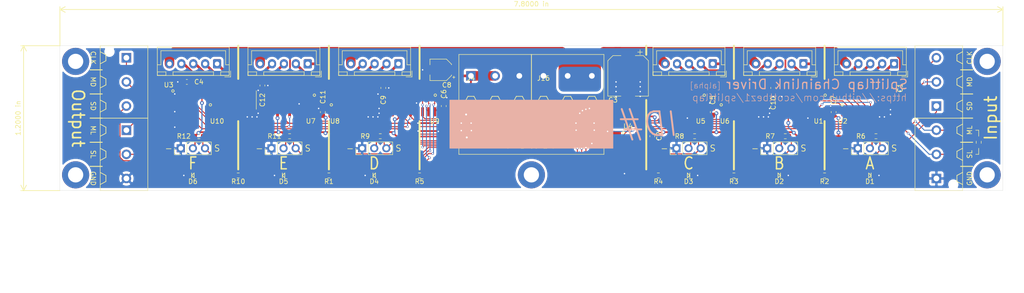
<source format=kicad_pcb>
(kicad_pcb (version 20171130) (host pcbnew 5.1.9-73d0e3b20d~88~ubuntu20.04.1)
  (layers (0 F.Cu signal) (31 B.Cu signal) (34 B.Paste user) (35 F.Paste user) (36 B.SilkS user) (37 F.SilkS user) (38 B.Mask user) (39 F.Mask user) (44 Edge.Cuts user))
  (net 0 "")
  (net 1 GND)
  (net 2 +12V)
  (net 3 /SENSOR_D)
  (net 4 /SENSOR_C)
  (net 5 /SENSOR_B)
  (net 6 /SENSOR_A)
  (net 7 /CLOCK_IN)
  (net 8 /OUT_A_PHASE_D)
  (net 9 /OUT_A_PHASE_C)
  (net 10 /OUT_A_PHASE_B)
  (net 11 /OUT_A_PHASE_A)
  (net 12 /OUT_B_PHASE_D)
  (net 13 /OUT_B_PHASE_C)
  (net 14 /OUT_B_PHASE_B)
  (net 15 /OUT_B_PHASE_A)
  (net 16 /OUT_C_PHASE_D)
  (net 17 /OUT_C_PHASE_C)
  (net 18 /OUT_C_PHASE_B)
  (net 19 /OUT_C_PHASE_A)
  (net 20 /OUT_D_PHASE_D)
  (net 21 /OUT_D_PHASE_C)
  (net 22 /OUT_D_PHASE_B)
  (net 23 /OUT_D_PHASE_A)
  (net 24 /MOTOR_D_PHASE_D)
  (net 25 /MOTOR_D_PHASE_C)
  (net 26 /MOTOR_D_PHASE_B)
  (net 27 /MOTOR_D_PHASE_A)
  (net 28 /MOTOR_C_PHASE_D)
  (net 29 /MOTOR_C_PHASE_C)
  (net 30 /MOTOR_C_PHASE_B)
  (net 31 /MOTOR_C_PHASE_A)
  (net 32 /MOTOR_B_PHASE_D)
  (net 33 /MOTOR_B_PHASE_C)
  (net 34 /MOTOR_B_PHASE_B)
  (net 35 /MOTOR_B_PHASE_A)
  (net 36 /MOTOR_A_PHASE_D)
  (net 37 /MOTOR_A_PHASE_C)
  (net 38 /MOTOR_A_PHASE_B)
  (net 39 /MOTOR_A_PHASE_A)
  (net 40 +3V3)
  (net 41 "Net-(D1-Pad2)")
  (net 42 "Net-(D2-Pad2)")
  (net 43 "Net-(D3-Pad2)")
  (net 44 "Net-(D4-Pad2)")
  (net 45 /MOTOR_IN)
  (net 46 /LED_A)
  (net 47 /LED_B)
  (net 48 /LED_C)
  (net 49 /LED_D)
  (net 50 "Net-(U1-Pad9)")
  (net 51 /LOOPBACK_B)
  (net 52 /LOOPBACK_A)
  (net 53 "Net-(U5-Pad9)")
  (net 54 /CLOCK_OUT)
  (net 55 /MOTOR_OUT)
  (net 56 /MOTOR_OUT_PRE_BUFFER)
  (net 57 "Net-(D5-Pad2)")
  (net 58 "Net-(D6-Pad2)")
  (net 59 /OUT_E_PHASE_D)
  (net 60 /OUT_E_PHASE_C)
  (net 61 /OUT_E_PHASE_B)
  (net 62 /OUT_E_PHASE_A)
  (net 63 /OUT_F_PHASE_D)
  (net 64 /OUT_F_PHASE_C)
  (net 65 /OUT_F_PHASE_B)
  (net 66 /OUT_F_PHASE_A)
  (net 67 /SENSOR_E)
  (net 68 /SENSOR_F)
  (net 69 /LED_E)
  (net 70 /LED_F)
  (net 71 "Net-(U7-Pad14)")
  (net 72 /MOTOR_E_PHASE_A)
  (net 73 /MOTOR_E_PHASE_B)
  (net 74 /MOTOR_F_PHASE_D)
  (net 75 /MOTOR_F_PHASE_C)
  (net 76 /MOTOR_F_PHASE_B)
  (net 77 /MOTOR_F_PHASE_A)
  (net 78 /MOTOR_E_PHASE_D)
  (net 79 /MOTOR_E_PHASE_C)
  (net 80 /SENSOR_OUT)
  (net 81 /SENSOR_IN)
  (net 82 /MOTOR_LATCH_IN)
  (net 83 /SENSOR_LATCH_IN)
  (net 84 /SENSOR_LATCH_OUT)
  (net 85 /MOTOR_LATCH_OUT)
  (module ScrewTerminals:C72334_WJ500V-5.08-3P (layer F.Cu) (at 39.37 43.18 270)
    (fp_text reference J18 hide)
    (fp_text value Outputs_B)
    (pad 3 thru_hole circle (at 10.16 0 270) (size 2 2) (drill 1.2) (layers *.Cu *.Mask) (net 1 GND))
    (pad 2 thru_hole circle (at 5.08 0 270) (size 2 2) (drill 1.2) (layers *.Cu *.Mask) (net 84 /SENSOR_LATCH_OUT))
    (pad 1 thru_hole rect (at 0 0 270) (size 2 2) (drill 1.2) (layers *.Cu *.Mask) (net 85 /MOTOR_LATCH_OUT))
  )
  (module ScrewTerminals:C72334_WJ500V-5.08-3P (layer F.Cu) (at 39.37 27.94 270)
    (fp_text reference J17 hide)
    (fp_text value Outputs_A)
    (pad 3 thru_hole circle (at 10.16 0 270) (size 2 2) (drill 1.2) (layers *.Cu *.Mask) (net 81 /SENSOR_IN))
    (pad 2 thru_hole circle (at 5.08 0 270) (size 2 2) (drill 1.2) (layers *.Cu *.Mask) (net 55 /MOTOR_OUT))
    (pad 1 thru_hole rect (at 0 0 270) (size 2 2) (drill 1.2) (layers *.Cu *.Mask) (net 54 /CLOCK_OUT))
  )
  (module ScrewTerminals:C72334_WJ500V-5.08-3P (layer F.Cu) (at 127 31.75)
    (fp_text reference J16 (at 0 0.5) (layer F.SilkS))
    (fp_text value Power_B)
    (pad 3 thru_hole circle (at 10.16 0) (size 2 2) (drill 1.2) (layers *.Cu *.Mask) (net 2 +12V))
    (pad 2 thru_hole circle (at 5.08 0) (size 2 2) (drill 1.2) (layers *.Cu *.Mask) (net 2 +12V))
    (pad 1 thru_hole rect (at 0 0) (size 2 2) (drill 1.2) (layers *.Cu *.Mask) (net 1 GND))
  )
  (module ScrewTerminals:C72334_WJ500V-5.08-3P (layer F.Cu) (at 111.76 31.75)
    (fp_text reference J4 (at 0 0.5) (layer F.SilkS))
    (fp_text value Power_A)
    (pad 3 thru_hole circle (at 10.16 0) (size 2 2) (drill 1.2) (layers *.Cu *.Mask) (net 1 GND))
    (pad 2 thru_hole circle (at 5.08 0) (size 2 2) (drill 1.2) (layers *.Cu *.Mask) (net 40 +3V3))
    (pad 1 thru_hole rect (at 0 0) (size 2 2) (drill 1.2) (layers *.Cu *.Mask) (net 40 +3V3))
  )
  (module ScrewTerminals:C72334_WJ500V-5.08-3P (layer F.Cu) (at 209.55 53.34 90)
    (fp_text reference J2 hide)
    (fp_text value Inputs_A)
    (pad 3 thru_hole circle (at 10.16 0 90) (size 2 2) (drill 1.2) (layers *.Cu *.Mask) (net 82 /MOTOR_LATCH_IN))
    (pad 2 thru_hole circle (at 5.08 0 90) (size 2 2) (drill 1.2) (layers *.Cu *.Mask) (net 83 /SENSOR_LATCH_IN))
    (pad 1 thru_hole rect (at 0 0 90) (size 2 2) (drill 1.2) (layers *.Cu *.Mask) (net 1 GND))
  )
  (module ScrewTerminals:C72334_WJ500V-5.08-3P (layer F.Cu) (at 209.55 38.1 90)
    (fp_text reference J1 hide)
    (fp_text value Inputs_B)
    (pad 3 thru_hole circle (at 10.16 0 90) (size 2 2) (drill 1.2) (layers *.Cu *.Mask) (net 7 /CLOCK_IN))
    (pad 2 thru_hole circle (at 5.08 0 90) (size 2 2) (drill 1.2) (layers *.Cu *.Mask) (net 45 /MOTOR_IN))
    (pad 1 thru_hole rect (at 0 0 90) (size 2 2) (drill 1.2) (layers *.Cu *.Mask) (net 80 /SENSOR_OUT))
  )
  (module JLCPCB:AssemblyToolingHole (layer F.Cu) (at 213.106 54.61)
    (fp_text reference H7 hide)
    (fp_text value MountingHole)
    (pad "" np_thru_hole circle (at 0 0) (size 1.152 1.152) (drill 1.152) (layers *.Cu *.Mask))
  )
  (module JLCPCB:AssemblyToolingHole (layer F.Cu) (at 35.814 26.67)
    (fp_text reference H6 hide)
    (fp_text value MountingHole)
    (pad "" np_thru_hole circle (at 0 0) (size 1.152 1.152) (drill 1.152) (layers *.Cu *.Mask))
  )
  (module MountingHole:MountingHole_3.2mm_M3_ISO7380_Pad (layer F.Cu) (at 124.46 52.578)
    (fp_text reference H5 hide)
    (fp_text value MountingHole)
    (pad 1 thru_hole circle (at 0 0) (size 5.7 5.7) (drill 3.2) (layers *.Cu *.Mask))
  )
  (module MountingHole:MountingHole_3.2mm_M3_ISO7380_Pad (layer F.Cu) (at 220.218 52.578)
    (fp_text reference H4 hide)
    (fp_text value MountingHole)
    (pad 1 thru_hole circle (at 0 0) (size 5.7 5.7) (drill 3.2) (layers *.Cu *.Mask))
  )
  (module MountingHole:MountingHole_3.2mm_M3_ISO7380_Pad (layer F.Cu) (at 28.702 52.578)
    (fp_text reference H3 hide)
    (fp_text value MountingHole)
    (pad 1 thru_hole circle (at 0 0) (size 5.7 5.7) (drill 3.2) (layers *.Cu *.Mask))
  )
  (module MountingHole:MountingHole_3.2mm_M3_ISO7380_Pad (layer F.Cu) (at 220.218 28.702)
    (fp_text reference H2 hide)
    (fp_text value MountingHole)
    (pad 1 thru_hole circle (at 0 0) (size 5.7 5.7) (drill 3.2) (layers *.Cu *.Mask))
  )
  (module MountingHole:MountingHole_3.2mm_M3_ISO7380_Pad (layer F.Cu) (at 28.702 28.702)
    (fp_text reference H1 hide)
    (fp_text value MountingHole)
    (pad 1 thru_hole circle (at 0 0) (size 5.7 5.7) (drill 3.2) (layers *.Cu *.Mask))
  )
  (module Connector_JST:JST_XH_B5B-XH-A_1x05_P2.50mm_Vertical (layer F.Cu) (at 58.42 29.21 180)
    (fp_text reference J13 hide)
    (fp_text value "Motor F")
    (pad 5 thru_hole oval (at 10 0 180) (size 1.7 1.95) (drill 0.95) (layers *.Cu *.Mask) (net 2 +12V))
    (pad 4 thru_hole oval (at 7.5 0 180) (size 1.7 1.95) (drill 0.95) (layers *.Cu *.Mask) (net 63 /OUT_F_PHASE_D))
    (pad 3 thru_hole oval (at 5 0 180) (size 1.7 1.95) (drill 0.95) (layers *.Cu *.Mask) (net 64 /OUT_F_PHASE_C))
    (pad 2 thru_hole oval (at 2.5 0 180) (size 1.7 1.95) (drill 0.95) (layers *.Cu *.Mask) (net 65 /OUT_F_PHASE_B))
    (pad 1 thru_hole roundrect (at 0 0 180) (size 1.7 1.95) (drill 0.95) (layers *.Cu *.Mask) (roundrect_rratio 0.1470588235294118) (net 66 /OUT_F_PHASE_A))
  )
  (module Connector_JST:JST_XH_B5B-XH-A_1x05_P2.50mm_Vertical (layer F.Cu) (at 77.47 29.21 180)
    (fp_text reference J12 hide)
    (fp_text value "Motor E")
    (pad 5 thru_hole oval (at 10 0 180) (size 1.7 1.95) (drill 0.95) (layers *.Cu *.Mask) (net 2 +12V))
    (pad 4 thru_hole oval (at 7.5 0 180) (size 1.7 1.95) (drill 0.95) (layers *.Cu *.Mask) (net 59 /OUT_E_PHASE_D))
    (pad 3 thru_hole oval (at 5 0 180) (size 1.7 1.95) (drill 0.95) (layers *.Cu *.Mask) (net 60 /OUT_E_PHASE_C))
    (pad 2 thru_hole oval (at 2.5 0 180) (size 1.7 1.95) (drill 0.95) (layers *.Cu *.Mask) (net 61 /OUT_E_PHASE_B))
    (pad 1 thru_hole roundrect (at 0 0 180) (size 1.7 1.95) (drill 0.95) (layers *.Cu *.Mask) (roundrect_rratio 0.1470588235294118) (net 62 /OUT_E_PHASE_A))
  )
  (module Connector_JST:JST_XH_B5B-XH-A_1x05_P2.50mm_Vertical (layer F.Cu) (at 96.52 29.21 180)
    (fp_text reference J7 hide)
    (fp_text value "Motor D")
    (pad 5 thru_hole oval (at 10 0 180) (size 1.7 1.95) (drill 0.95) (layers *.Cu *.Mask) (net 2 +12V))
    (pad 4 thru_hole oval (at 7.5 0 180) (size 1.7 1.95) (drill 0.95) (layers *.Cu *.Mask) (net 20 /OUT_D_PHASE_D))
    (pad 3 thru_hole oval (at 5 0 180) (size 1.7 1.95) (drill 0.95) (layers *.Cu *.Mask) (net 21 /OUT_D_PHASE_C))
    (pad 2 thru_hole oval (at 2.5 0 180) (size 1.7 1.95) (drill 0.95) (layers *.Cu *.Mask) (net 22 /OUT_D_PHASE_B))
    (pad 1 thru_hole roundrect (at 0 0 180) (size 1.7 1.95) (drill 0.95) (layers *.Cu *.Mask) (roundrect_rratio 0.1470588235294118) (net 23 /OUT_D_PHASE_A))
  )
  (module Connector_JST:JST_XH_B5B-XH-A_1x05_P2.50mm_Vertical (layer F.Cu) (at 162.56 29.21 180)
    (fp_text reference J6 hide)
    (fp_text value "Motor C")
    (pad 5 thru_hole oval (at 10 0 180) (size 1.7 1.95) (drill 0.95) (layers *.Cu *.Mask) (net 2 +12V))
    (pad 4 thru_hole oval (at 7.5 0 180) (size 1.7 1.95) (drill 0.95) (layers *.Cu *.Mask) (net 16 /OUT_C_PHASE_D))
    (pad 3 thru_hole oval (at 5 0 180) (size 1.7 1.95) (drill 0.95) (layers *.Cu *.Mask) (net 17 /OUT_C_PHASE_C))
    (pad 2 thru_hole oval (at 2.5 0 180) (size 1.7 1.95) (drill 0.95) (layers *.Cu *.Mask) (net 18 /OUT_C_PHASE_B))
    (pad 1 thru_hole roundrect (at 0 0 180) (size 1.7 1.95) (drill 0.95) (layers *.Cu *.Mask) (roundrect_rratio 0.1470588235294118) (net 19 /OUT_C_PHASE_A))
  )
  (module Connector_JST:JST_XH_B5B-XH-A_1x05_P2.50mm_Vertical (layer F.Cu) (at 181.61 29.21 180)
    (fp_text reference J5 hide)
    (fp_text value "Motor B")
    (pad 5 thru_hole oval (at 10 0 180) (size 1.7 1.95) (drill 0.95) (layers *.Cu *.Mask) (net 2 +12V))
    (pad 4 thru_hole oval (at 7.5 0 180) (size 1.7 1.95) (drill 0.95) (layers *.Cu *.Mask) (net 12 /OUT_B_PHASE_D))
    (pad 3 thru_hole oval (at 5 0 180) (size 1.7 1.95) (drill 0.95) (layers *.Cu *.Mask) (net 13 /OUT_B_PHASE_C))
    (pad 2 thru_hole oval (at 2.5 0 180) (size 1.7 1.95) (drill 0.95) (layers *.Cu *.Mask) (net 14 /OUT_B_PHASE_B))
    (pad 1 thru_hole roundrect (at 0 0 180) (size 1.7 1.95) (drill 0.95) (layers *.Cu *.Mask) (roundrect_rratio 0.1470588235294118) (net 15 /OUT_B_PHASE_A))
  )
  (module Connector_JST:JST_XH_B5B-XH-A_1x05_P2.50mm_Vertical (layer F.Cu) (at 200.66 29.21 180)
    (fp_text reference J3 hide)
    (fp_text value "Motor A")
    (pad 5 thru_hole oval (at 10 0 180) (size 1.7 1.95) (drill 0.95) (layers *.Cu *.Mask) (net 2 +12V))
    (pad 4 thru_hole oval (at 7.5 0 180) (size 1.7 1.95) (drill 0.95) (layers *.Cu *.Mask) (net 8 /OUT_A_PHASE_D))
    (pad 3 thru_hole oval (at 5 0 180) (size 1.7 1.95) (drill 0.95) (layers *.Cu *.Mask) (net 9 /OUT_A_PHASE_C))
    (pad 2 thru_hole oval (at 2.5 0 180) (size 1.7 1.95) (drill 0.95) (layers *.Cu *.Mask) (net 10 /OUT_A_PHASE_B))
    (pad 1 thru_hole roundrect (at 0 0 180) (size 1.7 1.95) (drill 0.95) (layers *.Cu *.Mask) (roundrect_rratio 0.1470588235294118) (net 11 /OUT_A_PHASE_A))
  )
  (module ModifiedSymbols:SOIC-16_3.9x9.9mm_P1.27mm_silk (layer F.Cu) (at 99.695 36.83 270)
    (fp_text reference U9 (at 4.445 -4.445 180) (layer F.SilkS))
    (fp_text value 74HC595)
    (pad 16 smd roundrect (at 2.475 -4.445 270) (size 1.95 0.6) (layers F.Cu F.Paste F.Mask) (net 40 +3V3))
    (pad 15 smd roundrect (at 2.475 -3.175 270) (size 1.95 0.6) (layers F.Cu F.Paste F.Mask) (net 49 /LED_D))
    (pad 14 smd roundrect (at 2.475 -1.905 270) (size 1.95 0.6) (layers F.Cu F.Paste F.Mask) (net 53 "Net-(U5-Pad9)"))
    (pad 13 smd roundrect (at 2.475 -0.635 270) (size 1.95 0.6) (layers F.Cu F.Paste F.Mask) (net 1 GND))
    (pad 12 smd roundrect (at 2.475 0.635 270) (size 1.95 0.6) (layers F.Cu F.Paste F.Mask) (net 82 /MOTOR_LATCH_IN))
    (pad 11 smd roundrect (at 2.475 1.905 270) (size 1.95 0.6) (layers F.Cu F.Paste F.Mask) (net 7 /CLOCK_IN))
    (pad 10 smd roundrect (at 2.475 3.175 270) (size 1.95 0.6) (layers F.Cu F.Paste F.Mask) (net 40 +3V3))
    (pad 9 smd roundrect (at 2.475 4.445 270) (size 1.95 0.6) (layers F.Cu F.Paste F.Mask) (net 71 "Net-(U7-Pad14)"))
    (pad 8 smd roundrect (at -2.475 4.445 270) (size 1.95 0.6) (layers F.Cu F.Paste F.Mask) (net 1 GND))
    (pad 7 smd roundrect (at -2.475 3.175 270) (size 1.95 0.6) (layers F.Cu F.Paste F.Mask) (net 24 /MOTOR_D_PHASE_D))
    (pad 6 smd roundrect (at -2.475 1.905 270) (size 1.95 0.6) (layers F.Cu F.Paste F.Mask) (net 25 /MOTOR_D_PHASE_C))
    (pad 5 smd roundrect (at -2.475 0.635 270) (size 1.95 0.6) (layers F.Cu F.Paste F.Mask) (net 26 /MOTOR_D_PHASE_B))
    (pad 4 smd roundrect (at -2.475 -0.635 270) (size 1.95 0.6) (layers F.Cu F.Paste F.Mask) (net 27 /MOTOR_D_PHASE_A))
    (pad 3 smd roundrect (at -2.475 -1.905 270) (size 1.95 0.6) (layers F.Cu F.Paste F.Mask) (net 51 /LOOPBACK_B))
    (pad 2 smd roundrect (at -2.475 -3.175 270) (size 1.95 0.6) (layers F.Cu F.Paste F.Mask) (net 70 /LED_F))
    (pad 1 smd roundrect (at -2.475 -4.445 270) (size 1.95 0.6) (layers F.Cu F.Paste F.Mask) (net 69 /LED_E))
  )
  (module ModifiedSymbols:SOIC-16_3.9x9.9mm_P1.27mm_silk (layer F.Cu) (at 86.995 36.83 90)
    (fp_text reference U8 (at -4.445 -3.81 180) (layer F.SilkS))
    (fp_text value TPL7407L)
    (pad 16 smd roundrect (at 2.475 -4.445 90) (size 1.95 0.6) (layers F.Cu F.Paste F.Mask) (net 61 /OUT_E_PHASE_B))
    (pad 15 smd roundrect (at 2.475 -3.175 90) (size 1.95 0.6) (layers F.Cu F.Paste F.Mask) (net 62 /OUT_E_PHASE_A))
    (pad 14 smd roundrect (at 2.475 -1.905 90) (size 1.95 0.6) (layers F.Cu F.Paste F.Mask) (net 20 /OUT_D_PHASE_D))
    (pad 13 smd roundrect (at 2.475 -0.635 90) (size 1.95 0.6) (layers F.Cu F.Paste F.Mask) (net 21 /OUT_D_PHASE_C))
    (pad 12 smd roundrect (at 2.475 0.635 90) (size 1.95 0.6) (layers F.Cu F.Paste F.Mask) (net 22 /OUT_D_PHASE_B))
    (pad 11 smd roundrect (at 2.475 1.905 90) (size 1.95 0.6) (layers F.Cu F.Paste F.Mask) (net 23 /OUT_D_PHASE_A))
    (pad 10 smd roundrect (at 2.475 3.175 90) (size 1.95 0.6) (layers F.Cu F.Paste F.Mask))
    (pad 9 smd roundrect (at 2.475 4.445 90) (size 1.95 0.6) (layers F.Cu F.Paste F.Mask) (net 2 +12V))
    (pad 8 smd roundrect (at -2.475 4.445 90) (size 1.95 0.6) (layers F.Cu F.Paste F.Mask) (net 1 GND))
    (pad 7 smd roundrect (at -2.475 3.175 90) (size 1.95 0.6) (layers F.Cu F.Paste F.Mask) (net 1 GND))
    (pad 6 smd roundrect (at -2.475 1.905 90) (size 1.95 0.6) (layers F.Cu F.Paste F.Mask) (net 27 /MOTOR_D_PHASE_A))
    (pad 5 smd roundrect (at -2.475 0.635 90) (size 1.95 0.6) (layers F.Cu F.Paste F.Mask) (net 26 /MOTOR_D_PHASE_B))
    (pad 4 smd roundrect (at -2.475 -0.635 90) (size 1.95 0.6) (layers F.Cu F.Paste F.Mask) (net 25 /MOTOR_D_PHASE_C))
    (pad 3 smd roundrect (at -2.475 -1.905 90) (size 1.95 0.6) (layers F.Cu F.Paste F.Mask) (net 24 /MOTOR_D_PHASE_D))
    (pad 2 smd roundrect (at -2.475 -3.175 90) (size 1.95 0.6) (layers F.Cu F.Paste F.Mask) (net 72 /MOTOR_E_PHASE_A))
    (pad 1 smd roundrect (at -2.475 -4.445 90) (size 1.95 0.6) (layers F.Cu F.Paste F.Mask) (net 73 /MOTOR_E_PHASE_B))
  )
  (module ModifiedSymbols:SOIC-16_3.9x9.9mm_P1.27mm_silk (layer F.Cu) (at 74.295 36.83 270)
    (fp_text reference U7 (at 4.445 -3.81 180) (layer F.SilkS))
    (fp_text value 74HC595)
    (pad 16 smd roundrect (at 2.475 -4.445 270) (size 1.95 0.6) (layers F.Cu F.Paste F.Mask) (net 40 +3V3))
    (pad 15 smd roundrect (at 2.475 -3.175 270) (size 1.95 0.6) (layers F.Cu F.Paste F.Mask) (net 72 /MOTOR_E_PHASE_A))
    (pad 14 smd roundrect (at 2.475 -1.905 270) (size 1.95 0.6) (layers F.Cu F.Paste F.Mask) (net 71 "Net-(U7-Pad14)"))
    (pad 13 smd roundrect (at 2.475 -0.635 270) (size 1.95 0.6) (layers F.Cu F.Paste F.Mask) (net 1 GND))
    (pad 12 smd roundrect (at 2.475 0.635 270) (size 1.95 0.6) (layers F.Cu F.Paste F.Mask) (net 82 /MOTOR_LATCH_IN))
    (pad 11 smd roundrect (at 2.475 1.905 270) (size 1.95 0.6) (layers F.Cu F.Paste F.Mask) (net 7 /CLOCK_IN))
    (pad 10 smd roundrect (at 2.475 3.175 270) (size 1.95 0.6) (layers F.Cu F.Paste F.Mask) (net 40 +3V3))
    (pad 9 smd roundrect (at 2.475 4.445 270) (size 1.95 0.6) (layers F.Cu F.Paste F.Mask) (net 56 /MOTOR_OUT_PRE_BUFFER))
    (pad 8 smd roundrect (at -2.475 4.445 270) (size 1.95 0.6) (layers F.Cu F.Paste F.Mask) (net 1 GND))
    (pad 7 smd roundrect (at -2.475 3.175 270) (size 1.95 0.6) (layers F.Cu F.Paste F.Mask) (net 74 /MOTOR_F_PHASE_D))
    (pad 6 smd roundrect (at -2.475 1.905 270) (size 1.95 0.6) (layers F.Cu F.Paste F.Mask) (net 75 /MOTOR_F_PHASE_C))
    (pad 5 smd roundrect (at -2.475 0.635 270) (size 1.95 0.6) (layers F.Cu F.Paste F.Mask) (net 76 /MOTOR_F_PHASE_B))
    (pad 4 smd roundrect (at -2.475 -0.635 270) (size 1.95 0.6) (layers F.Cu F.Paste F.Mask) (net 77 /MOTOR_F_PHASE_A))
    (pad 3 smd roundrect (at -2.475 -1.905 270) (size 1.95 0.6) (layers F.Cu F.Paste F.Mask) (net 78 /MOTOR_E_PHASE_D))
    (pad 2 smd roundrect (at -2.475 -3.175 270) (size 1.95 0.6) (layers F.Cu F.Paste F.Mask) (net 79 /MOTOR_E_PHASE_C))
    (pad 1 smd roundrect (at -2.475 -4.445 270) (size 1.95 0.6) (layers F.Cu F.Paste F.Mask) (net 73 /MOTOR_E_PHASE_B))
  )
  (module ModifiedSymbols:SOIC-16_3.9x9.9mm_P1.27mm_silk (layer F.Cu) (at 168.91 36.83 90)
    (fp_text reference U6 (at -4.445 -3.81 180) (layer F.SilkS))
    (fp_text value TPL7407L)
    (pad 16 smd roundrect (at 2.475 -4.445 90) (size 1.95 0.6) (layers F.Cu F.Paste F.Mask) (net 16 /OUT_C_PHASE_D))
    (pad 15 smd roundrect (at 2.475 -3.175 90) (size 1.95 0.6) (layers F.Cu F.Paste F.Mask) (net 17 /OUT_C_PHASE_C))
    (pad 14 smd roundrect (at 2.475 -1.905 90) (size 1.95 0.6) (layers F.Cu F.Paste F.Mask) (net 18 /OUT_C_PHASE_B))
    (pad 13 smd roundrect (at 2.475 -0.635 90) (size 1.95 0.6) (layers F.Cu F.Paste F.Mask) (net 19 /OUT_C_PHASE_A))
    (pad 12 smd roundrect (at 2.475 0.635 90) (size 1.95 0.6) (layers F.Cu F.Paste F.Mask) (net 12 /OUT_B_PHASE_D))
    (pad 11 smd roundrect (at 2.475 1.905 90) (size 1.95 0.6) (layers F.Cu F.Paste F.Mask) (net 13 /OUT_B_PHASE_C))
    (pad 10 smd roundrect (at 2.475 3.175 90) (size 1.95 0.6) (layers F.Cu F.Paste F.Mask))
    (pad 9 smd roundrect (at 2.475 4.445 90) (size 1.95 0.6) (layers F.Cu F.Paste F.Mask) (net 2 +12V))
    (pad 8 smd roundrect (at -2.475 4.445 90) (size 1.95 0.6) (layers F.Cu F.Paste F.Mask) (net 1 GND))
    (pad 7 smd roundrect (at -2.475 3.175 90) (size 1.95 0.6) (layers F.Cu F.Paste F.Mask) (net 1 GND))
    (pad 6 smd roundrect (at -2.475 1.905 90) (size 1.95 0.6) (layers F.Cu F.Paste F.Mask) (net 33 /MOTOR_B_PHASE_C))
    (pad 5 smd roundrect (at -2.475 0.635 90) (size 1.95 0.6) (layers F.Cu F.Paste F.Mask) (net 32 /MOTOR_B_PHASE_D))
    (pad 4 smd roundrect (at -2.475 -0.635 90) (size 1.95 0.6) (layers F.Cu F.Paste F.Mask) (net 31 /MOTOR_C_PHASE_A))
    (pad 3 smd roundrect (at -2.475 -1.905 90) (size 1.95 0.6) (layers F.Cu F.Paste F.Mask) (net 30 /MOTOR_C_PHASE_B))
    (pad 2 smd roundrect (at -2.475 -3.175 90) (size 1.95 0.6) (layers F.Cu F.Paste F.Mask) (net 29 /MOTOR_C_PHASE_C))
    (pad 1 smd roundrect (at -2.475 -4.445 90) (size 1.95 0.6) (layers F.Cu F.Paste F.Mask) (net 28 /MOTOR_C_PHASE_D))
  )
  (module ModifiedSymbols:SOIC-16_3.9x9.9mm_P1.27mm_silk (layer F.Cu) (at 156.21 36.83 270)
    (fp_text reference U5 (at 4.445 -3.81 180) (layer F.SilkS))
    (fp_text value 74HC595)
    (pad 16 smd roundrect (at 2.475 -4.445 270) (size 1.95 0.6) (layers F.Cu F.Paste F.Mask) (net 40 +3V3))
    (pad 15 smd roundrect (at 2.475 -3.175 270) (size 1.95 0.6) (layers F.Cu F.Paste F.Mask) (net 31 /MOTOR_C_PHASE_A))
    (pad 14 smd roundrect (at 2.475 -1.905 270) (size 1.95 0.6) (layers F.Cu F.Paste F.Mask) (net 50 "Net-(U1-Pad9)"))
    (pad 13 smd roundrect (at 2.475 -0.635 270) (size 1.95 0.6) (layers F.Cu F.Paste F.Mask) (net 1 GND))
    (pad 12 smd roundrect (at 2.475 0.635 270) (size 1.95 0.6) (layers F.Cu F.Paste F.Mask) (net 82 /MOTOR_LATCH_IN))
    (pad 11 smd roundrect (at 2.475 1.905 270) (size 1.95 0.6) (layers F.Cu F.Paste F.Mask) (net 7 /CLOCK_IN))
    (pad 10 smd roundrect (at 2.475 3.175 270) (size 1.95 0.6) (layers F.Cu F.Paste F.Mask) (net 40 +3V3))
    (pad 9 smd roundrect (at 2.475 4.445 270) (size 1.95 0.6) (layers F.Cu F.Paste F.Mask) (net 53 "Net-(U5-Pad9)"))
    (pad 8 smd roundrect (at -2.475 4.445 270) (size 1.95 0.6) (layers F.Cu F.Paste F.Mask) (net 1 GND))
    (pad 7 smd roundrect (at -2.475 3.175 270) (size 1.95 0.6) (layers F.Cu F.Paste F.Mask) (net 52 /LOOPBACK_A))
    (pad 6 smd roundrect (at -2.475 1.905 270) (size 1.95 0.6) (layers F.Cu F.Paste F.Mask) (net 48 /LED_C))
    (pad 5 smd roundrect (at -2.475 0.635 270) (size 1.95 0.6) (layers F.Cu F.Paste F.Mask) (net 47 /LED_B))
    (pad 4 smd roundrect (at -2.475 -0.635 270) (size 1.95 0.6) (layers F.Cu F.Paste F.Mask) (net 46 /LED_A))
    (pad 3 smd roundrect (at -2.475 -1.905 270) (size 1.95 0.6) (layers F.Cu F.Paste F.Mask) (net 28 /MOTOR_C_PHASE_D))
    (pad 2 smd roundrect (at -2.475 -3.175 270) (size 1.95 0.6) (layers F.Cu F.Paste F.Mask) (net 29 /MOTOR_C_PHASE_C))
    (pad 1 smd roundrect (at -2.475 -4.445 270) (size 1.95 0.6) (layers F.Cu F.Paste F.Mask) (net 30 /MOTOR_C_PHASE_B))
  )
  (module ModifiedSymbols:SOIC-16_3.9x9.9mm_P1.27mm_silk (layer F.Cu) (at 144.78 48.26)
    (fp_text reference U4 (at 0 -5.9) (layer F.SilkS))
    (fp_text value 74HC165)
    (pad 16 smd roundrect (at 2.475 -4.445) (size 1.95 0.6) (layers F.Cu F.Paste F.Mask) (net 40 +3V3))
    (pad 15 smd roundrect (at 2.475 -3.175) (size 1.95 0.6) (layers F.Cu F.Paste F.Mask) (net 1 GND))
    (pad 14 smd roundrect (at 2.475 -1.905) (size 1.95 0.6) (layers F.Cu F.Paste F.Mask) (net 3 /SENSOR_D))
    (pad 13 smd roundrect (at 2.475 -0.635) (size 1.95 0.6) (layers F.Cu F.Paste F.Mask) (net 4 /SENSOR_C))
    (pad 12 smd roundrect (at 2.475 0.635) (size 1.95 0.6) (layers F.Cu F.Paste F.Mask) (net 5 /SENSOR_B))
    (pad 11 smd roundrect (at 2.475 1.905) (size 1.95 0.6) (layers F.Cu F.Paste F.Mask) (net 6 /SENSOR_A))
    (pad 10 smd roundrect (at 2.475 3.175) (size 1.95 0.6) (layers F.Cu F.Paste F.Mask) (net 81 /SENSOR_IN))
    (pad 9 smd roundrect (at 2.475 4.445) (size 1.95 0.6) (layers F.Cu F.Paste F.Mask) (net 80 /SENSOR_OUT))
    (pad 8 smd roundrect (at -2.475 4.445) (size 1.95 0.6) (layers F.Cu F.Paste F.Mask) (net 1 GND))
    (pad 7 smd roundrect (at -2.475 3.175) (size 1.95 0.6) (layers F.Cu F.Paste F.Mask))
    (pad 6 smd roundrect (at -2.475 1.905) (size 1.95 0.6) (layers F.Cu F.Paste F.Mask) (net 51 /LOOPBACK_B))
    (pad 5 smd roundrect (at -2.475 0.635) (size 1.95 0.6) (layers F.Cu F.Paste F.Mask) (net 52 /LOOPBACK_A))
    (pad 4 smd roundrect (at -2.475 -0.635) (size 1.95 0.6) (layers F.Cu F.Paste F.Mask) (net 68 /SENSOR_F))
    (pad 3 smd roundrect (at -2.475 -1.905) (size 1.95 0.6) (layers F.Cu F.Paste F.Mask) (net 67 /SENSOR_E))
    (pad 2 smd roundrect (at -2.475 -3.175) (size 1.95 0.6) (layers F.Cu F.Paste F.Mask) (net 7 /CLOCK_IN))
    (pad 1 smd roundrect (at -2.475 -4.445) (size 1.95 0.6) (layers F.Cu F.Paste F.Mask) (net 83 /SENSOR_LATCH_IN))
  )
  (module ModifiedSymbols:SOIC-14_3.9x8.7mm_P1.27mm_silk (layer F.Cu) (at 50.165 38.735)
    (fp_text reference U3 (at -1.905 -5.08) (layer F.SilkS))
    (fp_text value 74HC125)
    (pad 14 smd roundrect (at 2.475 -3.81) (size 1.95 0.6) (layers F.Cu F.Paste F.Mask) (net 40 +3V3))
    (pad 13 smd roundrect (at 2.475 -2.54) (size 1.95 0.6) (layers F.Cu F.Paste F.Mask) (net 1 GND))
    (pad 12 smd roundrect (at 2.475 -1.27) (size 1.95 0.6) (layers F.Cu F.Paste F.Mask) (net 56 /MOTOR_OUT_PRE_BUFFER))
    (pad 11 smd roundrect (at 2.475 0) (size 1.95 0.6) (layers F.Cu F.Paste F.Mask) (net 55 /MOTOR_OUT))
    (pad 10 smd roundrect (at 2.475 1.27) (size 1.95 0.6) (layers F.Cu F.Paste F.Mask) (net 1 GND))
    (pad 9 smd roundrect (at 2.475 2.54) (size 1.95 0.6) (layers F.Cu F.Paste F.Mask) (net 83 /SENSOR_LATCH_IN))
    (pad 8 smd roundrect (at 2.475 3.81) (size 1.95 0.6) (layers F.Cu F.Paste F.Mask) (net 84 /SENSOR_LATCH_OUT))
    (pad 7 smd roundrect (at -2.475 3.81) (size 1.95 0.6) (layers F.Cu F.Paste F.Mask) (net 1 GND))
    (pad 6 smd roundrect (at -2.475 2.54) (size 1.95 0.6) (layers F.Cu F.Paste F.Mask) (net 85 /MOTOR_LATCH_OUT))
    (pad 5 smd roundrect (at -2.475 1.27) (size 1.95 0.6) (layers F.Cu F.Paste F.Mask) (net 82 /MOTOR_LATCH_IN))
    (pad 4 smd roundrect (at -2.475 0) (size 1.95 0.6) (layers F.Cu F.Paste F.Mask) (net 1 GND))
    (pad 3 smd roundrect (at -2.475 -1.27) (size 1.95 0.6) (layers F.Cu F.Paste F.Mask) (net 54 /CLOCK_OUT))
    (pad 2 smd roundrect (at -2.475 -2.54) (size 1.95 0.6) (layers F.Cu F.Paste F.Mask) (net 7 /CLOCK_IN))
    (pad 1 smd roundrect (at -2.475 -3.81) (size 1.95 0.6) (layers F.Cu F.Paste F.Mask) (net 1 GND))
  )
  (module ModifiedSymbols:SOIC-16_3.9x9.9mm_P1.27mm_silk (layer F.Cu) (at 194.31 36.83 90)
    (fp_text reference U2 (at -4.445 -4.445 180) (layer F.SilkS))
    (fp_text value TPL7407L)
    (pad 16 smd roundrect (at 2.475 -4.445 90) (size 1.95 0.6) (layers F.Cu F.Paste F.Mask) (net 14 /OUT_B_PHASE_B))
    (pad 15 smd roundrect (at 2.475 -3.175 90) (size 1.95 0.6) (layers F.Cu F.Paste F.Mask) (net 15 /OUT_B_PHASE_A))
    (pad 14 smd roundrect (at 2.475 -1.905 90) (size 1.95 0.6) (layers F.Cu F.Paste F.Mask) (net 8 /OUT_A_PHASE_D))
    (pad 13 smd roundrect (at 2.475 -0.635 90) (size 1.95 0.6) (layers F.Cu F.Paste F.Mask) (net 9 /OUT_A_PHASE_C))
    (pad 12 smd roundrect (at 2.475 0.635 90) (size 1.95 0.6) (layers F.Cu F.Paste F.Mask) (net 10 /OUT_A_PHASE_B))
    (pad 11 smd roundrect (at 2.475 1.905 90) (size 1.95 0.6) (layers F.Cu F.Paste F.Mask) (net 11 /OUT_A_PHASE_A))
    (pad 10 smd roundrect (at 2.475 3.175 90) (size 1.95 0.6) (layers F.Cu F.Paste F.Mask))
    (pad 9 smd roundrect (at 2.475 4.445 90) (size 1.95 0.6) (layers F.Cu F.Paste F.Mask) (net 2 +12V))
    (pad 8 smd roundrect (at -2.475 4.445 90) (size 1.95 0.6) (layers F.Cu F.Paste F.Mask) (net 1 GND))
    (pad 7 smd roundrect (at -2.475 3.175 90) (size 1.95 0.6) (layers F.Cu F.Paste F.Mask) (net 1 GND))
    (pad 6 smd roundrect (at -2.475 1.905 90) (size 1.95 0.6) (layers F.Cu F.Paste F.Mask) (net 39 /MOTOR_A_PHASE_A))
    (pad 5 smd roundrect (at -2.475 0.635 90) (size 1.95 0.6) (layers F.Cu F.Paste F.Mask) (net 38 /MOTOR_A_PHASE_B))
    (pad 4 smd roundrect (at -2.475 -0.635 90) (size 1.95 0.6) (layers F.Cu F.Paste F.Mask) (net 37 /MOTOR_A_PHASE_C))
    (pad 3 smd roundrect (at -2.475 -1.905 90) (size 1.95 0.6) (layers F.Cu F.Paste F.Mask) (net 36 /MOTOR_A_PHASE_D))
    (pad 2 smd roundrect (at -2.475 -3.175 90) (size 1.95 0.6) (layers F.Cu F.Paste F.Mask) (net 35 /MOTOR_B_PHASE_A))
    (pad 1 smd roundrect (at -2.475 -4.445 90) (size 1.95 0.6) (layers F.Cu F.Paste F.Mask) (net 34 /MOTOR_B_PHASE_B))
  )
  (module ModifiedSymbols:SOIC-16_3.9x9.9mm_P1.27mm_silk (layer F.Cu) (at 181.61 36.83 270)
    (fp_text reference U1 (at 4.445 -3.175 180) (layer F.SilkS))
    (fp_text value 74HC595)
    (pad 16 smd roundrect (at 2.475 -4.445 270) (size 1.95 0.6) (layers F.Cu F.Paste F.Mask) (net 40 +3V3))
    (pad 15 smd roundrect (at 2.475 -3.175 270) (size 1.95 0.6) (layers F.Cu F.Paste F.Mask) (net 39 /MOTOR_A_PHASE_A))
    (pad 14 smd roundrect (at 2.475 -1.905 270) (size 1.95 0.6) (layers F.Cu F.Paste F.Mask) (net 45 /MOTOR_IN))
    (pad 13 smd roundrect (at 2.475 -0.635 270) (size 1.95 0.6) (layers F.Cu F.Paste F.Mask) (net 1 GND))
    (pad 12 smd roundrect (at 2.475 0.635 270) (size 1.95 0.6) (layers F.Cu F.Paste F.Mask) (net 82 /MOTOR_LATCH_IN))
    (pad 11 smd roundrect (at 2.475 1.905 270) (size 1.95 0.6) (layers F.Cu F.Paste F.Mask) (net 7 /CLOCK_IN))
    (pad 10 smd roundrect (at 2.475 3.175 270) (size 1.95 0.6) (layers F.Cu F.Paste F.Mask) (net 40 +3V3))
    (pad 9 smd roundrect (at 2.475 4.445 270) (size 1.95 0.6) (layers F.Cu F.Paste F.Mask) (net 50 "Net-(U1-Pad9)"))
    (pad 8 smd roundrect (at -2.475 4.445 270) (size 1.95 0.6) (layers F.Cu F.Paste F.Mask) (net 1 GND))
    (pad 7 smd roundrect (at -2.475 3.175 270) (size 1.95 0.6) (layers F.Cu F.Paste F.Mask) (net 32 /MOTOR_B_PHASE_D))
    (pad 6 smd roundrect (at -2.475 1.905 270) (size 1.95 0.6) (layers F.Cu F.Paste F.Mask) (net 33 /MOTOR_B_PHASE_C))
    (pad 5 smd roundrect (at -2.475 0.635 270) (size 1.95 0.6) (layers F.Cu F.Paste F.Mask) (net 34 /MOTOR_B_PHASE_B))
    (pad 4 smd roundrect (at -2.475 -0.635 270) (size 1.95 0.6) (layers F.Cu F.Paste F.Mask) (net 35 /MOTOR_B_PHASE_A))
    (pad 3 smd roundrect (at -2.475 -1.905 270) (size 1.95 0.6) (layers F.Cu F.Paste F.Mask) (net 36 /MOTOR_A_PHASE_D))
    (pad 2 smd roundrect (at -2.475 -3.175 270) (size 1.95 0.6) (layers F.Cu F.Paste F.Mask) (net 37 /MOTOR_A_PHASE_C))
    (pad 1 smd roundrect (at -2.475 -4.445 270) (size 1.95 0.6) (layers F.Cu F.Paste F.Mask) (net 38 /MOTOR_A_PHASE_B))
  )
  (module ModifiedSymbols:SOIC-16_3.9x9.9mm_P1.27mm_silk (layer F.Cu) (at 61.595 36.83 90)
    (fp_text reference U10 (at -4.445 -3.175 180) (layer F.SilkS))
    (fp_text value TPL7407L)
    (pad 16 smd roundrect (at 2.475 -4.445 90) (size 1.95 0.6) (layers F.Cu F.Paste F.Mask) (net 63 /OUT_F_PHASE_D))
    (pad 15 smd roundrect (at 2.475 -3.175 90) (size 1.95 0.6) (layers F.Cu F.Paste F.Mask) (net 64 /OUT_F_PHASE_C))
    (pad 14 smd roundrect (at 2.475 -1.905 90) (size 1.95 0.6) (layers F.Cu F.Paste F.Mask) (net 65 /OUT_F_PHASE_B))
    (pad 13 smd roundrect (at 2.475 -0.635 90) (size 1.95 0.6) (layers F.Cu F.Paste F.Mask) (net 66 /OUT_F_PHASE_A))
    (pad 12 smd roundrect (at 2.475 0.635 90) (size 1.95 0.6) (layers F.Cu F.Paste F.Mask) (net 59 /OUT_E_PHASE_D))
    (pad 11 smd roundrect (at 2.475 1.905 90) (size 1.95 0.6) (layers F.Cu F.Paste F.Mask) (net 60 /OUT_E_PHASE_C))
    (pad 10 smd roundrect (at 2.475 3.175 90) (size 1.95 0.6) (layers F.Cu F.Paste F.Mask))
    (pad 9 smd roundrect (at 2.475 4.445 90) (size 1.95 0.6) (layers F.Cu F.Paste F.Mask) (net 2 +12V))
    (pad 8 smd roundrect (at -2.475 4.445 90) (size 1.95 0.6) (layers F.Cu F.Paste F.Mask) (net 1 GND))
    (pad 7 smd roundrect (at -2.475 3.175 90) (size 1.95 0.6) (layers F.Cu F.Paste F.Mask) (net 1 GND))
    (pad 6 smd roundrect (at -2.475 1.905 90) (size 1.95 0.6) (layers F.Cu F.Paste F.Mask) (net 79 /MOTOR_E_PHASE_C))
    (pad 5 smd roundrect (at -2.475 0.635 90) (size 1.95 0.6) (layers F.Cu F.Paste F.Mask) (net 78 /MOTOR_E_PHASE_D))
    (pad 4 smd roundrect (at -2.475 -0.635 90) (size 1.95 0.6) (layers F.Cu F.Paste F.Mask) (net 77 /MOTOR_F_PHASE_A))
    (pad 3 smd roundrect (at -2.475 -1.905 90) (size 1.95 0.6) (layers F.Cu F.Paste F.Mask) (net 76 /MOTOR_F_PHASE_B))
    (pad 2 smd roundrect (at -2.475 -3.175 90) (size 1.95 0.6) (layers F.Cu F.Paste F.Mask) (net 75 /MOTOR_F_PHASE_C))
    (pad 1 smd roundrect (at -2.475 -4.445 90) (size 1.95 0.6) (layers F.Cu F.Paste F.Mask) (net 74 /MOTOR_F_PHASE_D))
  )
  (module ModifiedSymbols:LED_0603_1608Metric_Silkscreen (layer F.Cu) (at 53.34 52.705)
    (fp_text reference D6 (at 0 1.27) (layer F.SilkS))
    (fp_text value "LED F")
    (pad 2 smd roundrect (at 0.7875 0) (size 0.875 0.95) (layers F.Cu F.Paste F.Mask) (net 58 "Net-(D6-Pad2)"))
    (pad 1 smd roundrect (at -0.7875 0) (size 0.875 0.95) (layers F.Cu F.Paste F.Mask) (net 1 GND))
  )
  (module ModifiedSymbols:LED_0603_1608Metric_Silkscreen (layer F.Cu) (at 72.39 52.705)
    (fp_text reference D5 (at 0 1.27) (layer F.SilkS))
    (fp_text value "LED E")
    (pad 2 smd roundrect (at 0.7875 0) (size 0.875 0.95) (layers F.Cu F.Paste F.Mask) (net 57 "Net-(D5-Pad2)"))
    (pad 1 smd roundrect (at -0.7875 0) (size 0.875 0.95) (layers F.Cu F.Paste F.Mask) (net 1 GND))
  )
  (module ModifiedSymbols:LED_0603_1608Metric_Silkscreen (layer F.Cu) (at 91.44 52.705)
    (fp_text reference D4 (at 0 1.27) (layer F.SilkS))
    (fp_text value "LED D")
    (pad 2 smd roundrect (at 0.7875 0) (size 0.875 0.95) (layers F.Cu F.Paste F.Mask) (net 44 "Net-(D4-Pad2)"))
    (pad 1 smd roundrect (at -0.7875 0) (size 0.875 0.95) (layers F.Cu F.Paste F.Mask) (net 1 GND))
  )
  (module ModifiedSymbols:LED_0603_1608Metric_Silkscreen (layer F.Cu) (at 157.48 52.705 180)
    (fp_text reference D3 (at 0 -1.27) (layer F.SilkS))
    (fp_text value "LED C")
    (pad 2 smd roundrect (at 0.7875 0 180) (size 0.875 0.95) (layers F.Cu F.Paste F.Mask) (net 43 "Net-(D3-Pad2)"))
    (pad 1 smd roundrect (at -0.7875 0 180) (size 0.875 0.95) (layers F.Cu F.Paste F.Mask) (net 1 GND))
  )
  (module ModifiedSymbols:LED_0603_1608Metric_Silkscreen (layer F.Cu) (at 176.53 52.705 180)
    (fp_text reference D2 (at 0 -1.27) (layer F.SilkS))
    (fp_text value "LED B")
    (pad 2 smd roundrect (at 0.7875 0 180) (size 0.875 0.95) (layers F.Cu F.Paste F.Mask) (net 42 "Net-(D2-Pad2)"))
    (pad 1 smd roundrect (at -0.7875 0 180) (size 0.875 0.95) (layers F.Cu F.Paste F.Mask) (net 1 GND))
  )
  (module ModifiedSymbols:LED_0603_1608Metric_Silkscreen (layer F.Cu) (at 195.58 52.705 180)
    (fp_text reference D1 (at 0 -1.27) (layer F.SilkS))
    (fp_text value "LED A")
    (pad 2 smd roundrect (at 0.7875 0 180) (size 0.875 0.95) (layers F.Cu F.Paste F.Mask) (net 41 "Net-(D1-Pad2)"))
    (pad 1 smd roundrect (at -0.7875 0 180) (size 0.875 0.95) (layers F.Cu F.Paste F.Mask) (net 1 GND))
  )
  (module Resistor_SMD:R_0603_1608Metric (layer F.Cu) (at 218.44 45.72 90)
    (fp_text reference R13 hide)
    (fp_text value 0R)
    (pad 1 smd roundrect (at -0.825 0 90) (size 0.8 0.95) (layers F.Cu F.Paste F.Mask) (net 83 /SENSOR_LATCH_IN))
    (pad 2 smd roundrect (at 0.825 0 90) (size 0.8 0.95) (layers F.Cu F.Paste F.Mask) (net 82 /MOTOR_LATCH_IN))
  )
  (module Resistor_SMD:R_0603_1608Metric (layer F.Cu) (at 54.61 44.45)
    (fp_text reference R12 (at -3.175 0) (layer F.SilkS))
    (fp_text value 47k)
    (pad 2 smd roundrect (at 0.825 0) (size 0.8 0.95) (layers F.Cu F.Paste F.Mask) (net 68 /SENSOR_F))
    (pad 1 smd roundrect (at -0.825 0) (size 0.8 0.95) (layers F.Cu F.Paste F.Mask) (net 40 +3V3))
  )
  (module Resistor_SMD:R_0603_1608Metric (layer F.Cu) (at 73.66 44.45)
    (fp_text reference R11 (at -3.175 0) (layer F.SilkS))
    (fp_text value 47k)
    (pad 2 smd roundrect (at 0.825 0) (size 0.8 0.95) (layers F.Cu F.Paste F.Mask) (net 67 /SENSOR_E))
    (pad 1 smd roundrect (at -0.825 0) (size 0.8 0.95) (layers F.Cu F.Paste F.Mask) (net 40 +3V3))
  )
  (module Resistor_SMD:R_0603_1608Metric (layer F.Cu) (at 62.865 52.705)
    (fp_text reference R10 (at 0 1.27) (layer F.SilkS))
    (fp_text value 220R)
    (pad 2 smd roundrect (at 0.825 0) (size 0.8 0.95) (layers F.Cu F.Paste F.Mask) (net 70 /LED_F))
    (pad 1 smd roundrect (at -0.825 0) (size 0.8 0.95) (layers F.Cu F.Paste F.Mask) (net 58 "Net-(D6-Pad2)"))
  )
  (module Resistor_SMD:R_0603_1608Metric (layer F.Cu) (at 81.915 52.705)
    (fp_text reference R1 (at 0 1.27) (layer F.SilkS))
    (fp_text value 220R)
    (pad 2 smd roundrect (at 0.825 0) (size 0.8 0.95) (layers F.Cu F.Paste F.Mask) (net 69 /LED_E))
    (pad 1 smd roundrect (at -0.825 0) (size 0.8 0.95) (layers F.Cu F.Paste F.Mask) (net 57 "Net-(D5-Pad2)"))
  )
  (module Connector_PinHeader_2.54mm:PinHeader_1x03_P2.54mm_Vertical (layer F.Cu) (at 50.8 46.99 90)
    (fp_text reference J15 hide)
    (fp_text value "Sensor F")
    (pad 3 thru_hole oval (at 0 5.08 90) (size 1.7 1.7) (drill 1) (layers *.Cu *.Mask) (net 68 /SENSOR_F))
    (pad 2 thru_hole oval (at 0 2.54 90) (size 1.7 1.7) (drill 1) (layers *.Cu *.Mask) (net 40 +3V3))
    (pad 1 thru_hole rect (at 0 0 90) (size 1.7 1.7) (drill 1) (layers *.Cu *.Mask) (net 1 GND))
  )
  (module Connector_PinHeader_2.54mm:PinHeader_1x03_P2.54mm_Vertical (layer F.Cu) (at 69.85 46.99 90)
    (fp_text reference J14 hide)
    (fp_text value "Sensor E")
    (pad 3 thru_hole oval (at 0 5.08 90) (size 1.7 1.7) (drill 1) (layers *.Cu *.Mask) (net 67 /SENSOR_E))
    (pad 2 thru_hole oval (at 0 2.54 90) (size 1.7 1.7) (drill 1) (layers *.Cu *.Mask) (net 40 +3V3))
    (pad 1 thru_hole rect (at 0 0 90) (size 1.7 1.7) (drill 1) (layers *.Cu *.Mask) (net 1 GND))
  )
  (module Capacitor_SMD:C_0603_1608Metric (layer F.Cu) (at 67.945 33.782 90)
    (fp_text reference C12 (at -3.048 0 90) (layer F.SilkS))
    (fp_text value 0.1uF)
    (pad 2 smd roundrect (at 0.775 0 90) (size 0.9 0.95) (layers F.Cu F.Paste F.Mask) (net 2 +12V))
    (pad 1 smd roundrect (at -0.775 0 90) (size 0.9 0.95) (layers F.Cu F.Paste F.Mask) (net 1 GND))
  )
  (module Capacitor_SMD:C_0603_1608Metric (layer F.Cu) (at 80.645 39.37 90)
    (fp_text reference C11 (at 3.175 0 90) (layer F.SilkS))
    (fp_text value 0.1uF)
    (pad 2 smd roundrect (at 0.775 0 90) (size 0.9 0.95) (layers F.Cu F.Paste F.Mask) (net 1 GND))
    (pad 1 smd roundrect (at -0.775 0 90) (size 0.9 0.95) (layers F.Cu F.Paste F.Mask) (net 40 +3V3))
  )
  (module Capacitor_SMD:CP_Elec_4x5.3 (layer F.Cu) (at 105.41 30.48 180)
    (fp_text reference C8 (at -1.27 -3.2) (layer F.SilkS))
    (fp_text value 10uF)
    (pad 2 smd roundrect (at 1.8 0 180) (size 2.6 1.6) (layers F.Cu F.Paste F.Mask) (roundrect_rratio 0.15625) (net 1 GND))
    (pad 1 smd roundrect (at -1.8 0 180) (size 2.6 1.6) (layers F.Cu F.Paste F.Mask) (roundrect_rratio 0.15625) (net 40 +3V3))
  )
  (module Capacitor_SMD:CP_Elec_8x10 (layer F.Cu) (at 144.78 31.75 270)
    (fp_text reference C3 (at 5.08 3.175 180) (layer F.SilkS))
    (fp_text value 100uF)
    (pad 2 smd roundrect (at 3.25 0 270) (size 3.5 2.5) (layers F.Cu F.Paste F.Mask) (roundrect_rratio 0.1) (net 1 GND))
    (pad 1 smd roundrect (at -3.25 0 270) (size 3.5 2.5) (layers F.Cu F.Paste F.Mask) (roundrect_rratio 0.1) (net 2 +12V))
  )
  (module Resistor_SMD:R_0603_1608Metric (layer F.Cu) (at 92.71 44.45)
    (fp_text reference R9 (at -3.175 0) (layer F.SilkS))
    (fp_text value 47k)
    (pad 2 smd roundrect (at 0.825 0) (size 0.8 0.95) (layers F.Cu F.Paste F.Mask) (net 3 /SENSOR_D))
    (pad 1 smd roundrect (at -0.825 0) (size 0.8 0.95) (layers F.Cu F.Paste F.Mask) (net 40 +3V3))
  )
  (module Resistor_SMD:R_0603_1608Metric (layer F.Cu) (at 158.75 44.45)
    (fp_text reference R8 (at -3.175 0) (layer F.SilkS))
    (fp_text value 47k)
    (pad 2 smd roundrect (at 0.825 0) (size 0.8 0.95) (layers F.Cu F.Paste F.Mask) (net 4 /SENSOR_C))
    (pad 1 smd roundrect (at -0.825 0) (size 0.8 0.95) (layers F.Cu F.Paste F.Mask) (net 40 +3V3))
  )
  (module Resistor_SMD:R_0603_1608Metric (layer F.Cu) (at 177.8 44.45)
    (fp_text reference R7 (at -3.175 0) (layer F.SilkS))
    (fp_text value 47k)
    (pad 2 smd roundrect (at 0.825 0) (size 0.8 0.95) (layers F.Cu F.Paste F.Mask) (net 5 /SENSOR_B))
    (pad 1 smd roundrect (at -0.825 0) (size 0.8 0.95) (layers F.Cu F.Paste F.Mask) (net 40 +3V3))
  )
  (module Resistor_SMD:R_0603_1608Metric (layer F.Cu) (at 196.85 44.45)
    (fp_text reference R6 (at -3.175 0) (layer F.SilkS))
    (fp_text value 47k)
    (pad 2 smd roundrect (at 0.825 0) (size 0.8 0.95) (layers F.Cu F.Paste F.Mask) (net 6 /SENSOR_A))
    (pad 1 smd roundrect (at -0.825 0) (size 0.8 0.95) (layers F.Cu F.Paste F.Mask) (net 40 +3V3))
  )
  (module Resistor_SMD:R_0603_1608Metric (layer F.Cu) (at 100.965 52.705)
    (fp_text reference R5 (at 0 1.27) (layer F.SilkS))
    (fp_text value 220R)
    (pad 2 smd roundrect (at 0.825 0) (size 0.8 0.95) (layers F.Cu F.Paste F.Mask) (net 49 /LED_D))
    (pad 1 smd roundrect (at -0.825 0) (size 0.8 0.95) (layers F.Cu F.Paste F.Mask) (net 44 "Net-(D4-Pad2)"))
  )
  (module Resistor_SMD:R_0603_1608Metric (layer F.Cu) (at 151.13 52.705 180)
    (fp_text reference R4 (at 0 -1.27) (layer F.SilkS))
    (fp_text value 220R)
    (pad 2 smd roundrect (at 0.825 0 180) (size 0.8 0.95) (layers F.Cu F.Paste F.Mask) (net 48 /LED_C))
    (pad 1 smd roundrect (at -0.825 0 180) (size 0.8 0.95) (layers F.Cu F.Paste F.Mask) (net 43 "Net-(D3-Pad2)"))
  )
  (module Resistor_SMD:R_0603_1608Metric (layer F.Cu) (at 167.005 52.705 180)
    (fp_text reference R3 (at 0 -1.27) (layer F.SilkS))
    (fp_text value 220R)
    (pad 2 smd roundrect (at 0.825 0 180) (size 0.8 0.95) (layers F.Cu F.Paste F.Mask) (net 47 /LED_B))
    (pad 1 smd roundrect (at -0.825 0 180) (size 0.8 0.95) (layers F.Cu F.Paste F.Mask) (net 42 "Net-(D2-Pad2)"))
  )
  (module Resistor_SMD:R_0603_1608Metric (layer F.Cu) (at 186.055 52.705 180)
    (fp_text reference R2 (at 0 -1.27) (layer F.SilkS))
    (fp_text value 220R)
    (pad 2 smd roundrect (at 0.825 0 180) (size 0.8 0.95) (layers F.Cu F.Paste F.Mask) (net 46 /LED_A))
    (pad 1 smd roundrect (at -0.825 0 180) (size 0.8 0.95) (layers F.Cu F.Paste F.Mask) (net 41 "Net-(D1-Pad2)"))
  )
  (module Connector_PinHeader_2.54mm:PinHeader_1x03_P2.54mm_Vertical (layer F.Cu) (at 88.9 46.99 90)
    (fp_text reference J11 hide)
    (fp_text value "Sensor D")
    (pad 3 thru_hole oval (at 0 5.08 90) (size 1.7 1.7) (drill 1) (layers *.Cu *.Mask) (net 3 /SENSOR_D))
    (pad 2 thru_hole oval (at 0 2.54 90) (size 1.7 1.7) (drill 1) (layers *.Cu *.Mask) (net 40 +3V3))
    (pad 1 thru_hole rect (at 0 0 90) (size 1.7 1.7) (drill 1) (layers *.Cu *.Mask) (net 1 GND))
  )
  (module Connector_PinHeader_2.54mm:PinHeader_1x03_P2.54mm_Vertical (layer F.Cu) (at 154.94 46.99 90)
    (fp_text reference J10 hide)
    (fp_text value "Sensor C")
    (pad 3 thru_hole oval (at 0 5.08 90) (size 1.7 1.7) (drill 1) (layers *.Cu *.Mask) (net 4 /SENSOR_C))
    (pad 2 thru_hole oval (at 0 2.54 90) (size 1.7 1.7) (drill 1) (layers *.Cu *.Mask) (net 40 +3V3))
    (pad 1 thru_hole rect (at 0 0 90) (size 1.7 1.7) (drill 1) (layers *.Cu *.Mask) (net 1 GND))
  )
  (module Connector_PinHeader_2.54mm:PinHeader_1x03_P2.54mm_Vertical (layer F.Cu) (at 173.99 46.99 90)
    (fp_text reference J9 hide)
    (fp_text value "Sensor B")
    (pad 3 thru_hole oval (at 0 5.08 90) (size 1.7 1.7) (drill 1) (layers *.Cu *.Mask) (net 5 /SENSOR_B))
    (pad 2 thru_hole oval (at 0 2.54 90) (size 1.7 1.7) (drill 1) (layers *.Cu *.Mask) (net 40 +3V3))
    (pad 1 thru_hole rect (at 0 0 90) (size 1.7 1.7) (drill 1) (layers *.Cu *.Mask) (net 1 GND))
  )
  (module Connector_PinHeader_2.54mm:PinHeader_1x03_P2.54mm_Vertical (layer F.Cu) (at 193.04 46.99 90)
    (fp_text reference J8 hide)
    (fp_text value "Sensor A")
    (pad 3 thru_hole oval (at 0 5.08 90) (size 1.7 1.7) (drill 1) (layers *.Cu *.Mask) (net 6 /SENSOR_A))
    (pad 2 thru_hole oval (at 0 2.54 90) (size 1.7 1.7) (drill 1) (layers *.Cu *.Mask) (net 40 +3V3))
    (pad 1 thru_hole rect (at 0 0 90) (size 1.7 1.7) (drill 1) (layers *.Cu *.Mask) (net 1 GND))
  )
  (module Capacitor_SMD:C_0603_1608Metric (layer F.Cu) (at 175.26 34.29 90)
    (fp_text reference C10 (at -3.175 0 90) (layer F.SilkS))
    (fp_text value 0.1uF)
    (pad 2 smd roundrect (at 0.775 0 90) (size 0.9 0.95) (layers F.Cu F.Paste F.Mask) (net 2 +12V))
    (pad 1 smd roundrect (at -0.775 0 90) (size 0.9 0.95) (layers F.Cu F.Paste F.Mask) (net 1 GND))
  )
  (module Capacitor_SMD:C_0603_1608Metric (layer F.Cu) (at 93.345 34.29 90)
    (fp_text reference C9 (at -2.54 0 90) (layer F.SilkS))
    (fp_text value 0.1uF)
    (pad 2 smd roundrect (at 0.775 0 90) (size 0.9 0.95) (layers F.Cu F.Paste F.Mask) (net 2 +12V))
    (pad 1 smd roundrect (at -0.775 0 90) (size 0.9 0.95) (layers F.Cu F.Paste F.Mask) (net 1 GND))
  )
  (module Capacitor_SMD:C_0603_1608Metric (layer F.Cu) (at 187.96 39.37 90)
    (fp_text reference C7 (at 2.54 0 90) (layer F.SilkS))
    (fp_text value 0.1uF)
    (pad 2 smd roundrect (at 0.775 0 90) (size 0.9 0.95) (layers F.Cu F.Paste F.Mask) (net 1 GND))
    (pad 1 smd roundrect (at -0.775 0 90) (size 0.9 0.95) (layers F.Cu F.Paste F.Mask) (net 40 +3V3))
  )
  (module Capacitor_SMD:C_0603_1608Metric (layer F.Cu) (at 106.045 38.1 90)
    (fp_text reference C6 (at 2.54 0 90) (layer F.SilkS))
    (fp_text value 0.1uF)
    (pad 2 smd roundrect (at 0.775 0 90) (size 0.9 0.95) (layers F.Cu F.Paste F.Mask) (net 1 GND))
    (pad 1 smd roundrect (at -0.775 0 90) (size 0.9 0.95) (layers F.Cu F.Paste F.Mask) (net 40 +3V3))
  )
  (module Capacitor_SMD:C_0603_1608Metric (layer F.Cu) (at 162.56 39.37 90)
    (fp_text reference C5 (at 2.54 0 90) (layer F.SilkS))
    (fp_text value 0.1uF)
    (pad 2 smd roundrect (at 0.775 0 90) (size 0.9 0.95) (layers F.Cu F.Paste F.Mask) (net 1 GND))
    (pad 1 smd roundrect (at -0.775 0 90) (size 0.9 0.95) (layers F.Cu F.Paste F.Mask) (net 40 +3V3))
  )
  (module Capacitor_SMD:C_0603_1608Metric (layer F.Cu) (at 52.07 33.02 180)
    (fp_text reference C4 (at -2.54 0) (layer F.SilkS))
    (fp_text value 0.1uF)
    (pad 2 smd roundrect (at 0.775 0 180) (size 0.9 0.95) (layers F.Cu F.Paste F.Mask) (net 1 GND))
    (pad 1 smd roundrect (at -0.775 0 180) (size 0.9 0.95) (layers F.Cu F.Paste F.Mask) (net 40 +3V3))
  )
  (module Capacitor_SMD:C_0603_1608Metric (layer F.Cu) (at 149.86 44.45 270)
    (fp_text reference C2 (at 0 -1.43 90) (layer F.SilkS))
    (fp_text value 0.1uF)
    (pad 2 smd roundrect (at 0.775 0 270) (size 0.9 0.95) (layers F.Cu F.Paste F.Mask) (net 1 GND))
    (pad 1 smd roundrect (at -0.775 0 270) (size 0.9 0.95) (layers F.Cu F.Paste F.Mask) (net 40 +3V3))
  )
  (module Capacitor_SMD:C_0603_1608Metric (layer F.Cu) (at 200.66 34.29 90)
    (fp_text reference C1 (at 0 1.27 90) (layer F.SilkS))
    (fp_text value 0.1uF)
    (pad 2 smd roundrect (at 0.775 0 90) (size 0.9 0.95) (layers F.Cu F.Paste F.Mask) (net 2 +12V))
    (pad 1 smd roundrect (at -0.775 0 90) (size 0.9 0.95) (layers F.Cu F.Paste F.Mask) (net 1 GND))
  )
  (gr_text - (at 48.26 46.99) (layer F.SilkS) (effects (font (size 1.3 1.3))))
  (gr_text S (at 58.42 46.99) (layer F.SilkS) (effects (font (size 1.3 1.3))))
  (gr_text S (at 77.47 46.99) (layer F.SilkS) (effects (font (size 1.3 1.3))))
  (gr_text - (at 67.31 46.99) (layer F.SilkS) (effects (font (size 1.3 1.3))))
  (gr_text - (at 86.36 46.99) (layer F.SilkS) (effects (font (size 1.3 1.3))))
  (gr_text S (at 96.52 46.99) (layer F.SilkS) (effects (font (size 1.3 1.3))))
  (gr_text S (at 162.56 46.99) (layer F.SilkS) (effects (font (size 1.3 1.3))))
  (gr_text - (at 152.4 46.99) (layer F.SilkS) (effects (font (size 1.3 1.3))))
  (gr_text - (at 171.45 46.99) (layer F.SilkS) (effects (font (size 1.3 1.3))))
  (gr_text S (at 181.61 46.99) (layer F.SilkS) (effects (font (size 1.3 1.3))))
  (gr_text S (at 200.66 46.99) (layer F.SilkS) (effects (font (size 1.3 1.3))))
  (gr_text - (at 190.5 46.99) (layer F.SilkS) (effects (font (size 1.3 1.3))))
  (gr_text https://github.com/scottbez1/splitflap (at 203.454 36.322) (layer B.SilkS) (effects (font (size 1.5 1.5) (thickness 0.12)) (justify left mirror)))
  (gr_text [alpha] (at 164.338 33.782) (layer B.SilkS) (effects (font (size 1.2 1.2) (thickness 0.1)) (justify left mirror)))
  (gr_text "Splitflap Chainlink Driver" (at 203.708 33.528) (layer B.SilkS) (effects (font (size 2 2) (thickness 0.25)) (justify left mirror)))
  (gr_poly (pts (xy 141.605 46.99) (xy 107.315 46.99) (xy 107.315 36.83) (xy 141.605 36.83)) (layer B.SilkS) (width 0.1))
  (gr_line (start 148.59 36.83) (end 148.59 51.435) (layer F.SilkS) (width 0.4))
  (gr_line (start 148.59 25.4) (end 148.59 27.305) (layer F.SilkS) (width 0.4))
  (gr_line (start 186.055 41.275) (end 186.055 51.435) (layer F.SilkS) (width 0.4))
  (gr_line (start 186.055 25.4) (end 186.055 32.385) (layer F.SilkS) (width 0.4))
  (gr_line (start 167.005 25.4) (end 167.005 32.385) (layer F.SilkS) (width 0.4))
  (gr_line (start 167.005 41.275) (end 167.005 51.435) (layer F.SilkS) (width 0.4))
  (gr_line (start 100.965 25.4) (end 100.965 32.385) (layer F.SilkS) (width 0.4))
  (gr_line (start 100.965 41.275) (end 100.965 51.435) (layer F.SilkS) (width 0.4))
  (gr_line (start 81.915 25.4) (end 81.915 32.385) (layer F.SilkS) (width 0.4))
  (gr_line (start 81.915 41.275) (end 81.915 51.435) (layer F.SilkS) (width 0.4))
  (gr_line (start 62.865 41.275) (end 62.865 51.435) (layer F.SilkS) (width 0.4))
  (gr_line (start 62.865 25.4) (end 62.865 32.385) (layer F.SilkS) (width 0.4))
  (gr_text ID# (at 142.875 41.91) (layer B.SilkS) (effects (font (size 5 5) (thickness 0.4) italic) (justify right mirror)))
  (gr_line (start 119.38 36.83) (end 119.38 43.18) (layer F.SilkS) (width 0.12))
  (gr_line (start 129.54 36.83) (end 129.54 43.18) (layer F.SilkS) (width 0.12))
  (gr_line (start 109.22 43.18) (end 139.7 43.18) (layer F.SilkS) (width 0.12))
  (gr_line (start 139.7 48.26) (end 139.7 36.83) (layer F.SilkS) (width 0.12))
  (gr_line (start 109.22 48.26) (end 139.7 48.26) (layer F.SilkS) (width 0.12))
  (gr_line (start 109.22 36.83) (end 109.22 48.26) (layer F.SilkS) (width 0.12))
  (gr_line (start 218.44 44.45) (end 218.44 43.18) (layer F.SilkS) (width 0.12))
  (gr_line (start 218.44 43.18) (end 217.805 43.18) (layer F.SilkS) (width 0.12))
  (gr_line (start 218.44 46.99) (end 218.44 48.26) (layer F.SilkS) (width 0.12))
  (gr_line (start 218.44 48.26) (end 217.805 48.26) (layer F.SilkS) (width 0.12))
  (gr_text "Motor\n5-12V" (at 134.62 40.64) (layer F.SilkS) (effects (font (size 1.3 1.3) (thickness 0.2))))
  (gr_text GND (at 124.46 40.64) (layer F.SilkS) (effects (font (size 1.3 1.3) (thickness 0.2))))
  (gr_text "Logic\n3.3-5V" (at 114.3 40.64) (layer F.SilkS) (effects (font (size 1.3 1.3) (thickness 0.2))))
  (gr_text MD (at 216.535 33.02 90) (layer F.SilkS) (effects (font (size 1 1))))
  (gr_text CLK (at 216.535 27.94 90) (layer F.SilkS) (effects (font (size 1 1))))
  (gr_text ML (at 216.535 43.18 90) (layer F.SilkS) (effects (font (size 1 1))))
  (gr_text SD (at 216.535 38.1 90) (layer F.SilkS) (effects (font (size 1 1))))
  (gr_line (start 217.17 45.72) (end 214.63 45.72) (layer F.SilkS) (width 0.2))
  (gr_line (start 217.17 30.48) (end 214.63 30.48) (layer F.SilkS) (width 0.2))
  (gr_text SL (at 216.535 48.26 90) (layer F.SilkS) (effects (font (size 1 1))))
  (gr_line (start 217.17 40.64) (end 214.63 40.64) (layer F.SilkS) (width 0.2))
  (gr_line (start 217.17 35.56) (end 214.63 35.56) (layer F.SilkS) (width 0.2))
  (gr_text GND (at 216.535 53.34 90) (layer F.SilkS) (effects (font (size 1 1))))
  (gr_line (start 217.17 50.8) (end 214.63 50.8) (layer F.SilkS) (width 0.2))
  (gr_line (start 34.29 50.8) (end 31.75 50.8) (layer F.SilkS) (width 0.2))
  (gr_line (start 34.29 45.72) (end 31.75 45.72) (layer F.SilkS) (width 0.2))
  (gr_line (start 34.29 40.64) (end 31.75 40.64) (layer F.SilkS) (width 0.2))
  (gr_line (start 34.29 35.56) (end 31.75 35.56) (layer F.SilkS) (width 0.2))
  (gr_line (start 34.29 30.48) (end 31.75 30.48) (layer F.SilkS) (width 0.2))
  (gr_text GND (at 32.385 53.34 -90) (layer F.SilkS) (effects (font (size 1 1))))
  (gr_text SD (at 32.385 38.1 -90) (layer F.SilkS) (effects (font (size 1 1))))
  (gr_text MD (at 32.385 33.02 -90) (layer F.SilkS) (effects (font (size 1 1))))
  (gr_text SL (at 32.385 48.26 -90) (layer F.SilkS) (effects (font (size 1 1))))
  (gr_text ML (at 32.385 43.18 -90) (layer F.SilkS) (effects (font (size 1 1))))
  (gr_text CLK (at 32.385 27.94 270) (layer F.SilkS) (effects (font (size 1 1))))
  (gr_text Power (at 124.46 45.72) (layer F.SilkS) (effects (font (size 2.5 2.5) (thickness 0.35))))
  (gr_text Output (at 29.21 40.64 -90) (layer F.SilkS) (effects (font (size 2.5 2.5) (thickness 0.35))))
  (gr_text Input (at 220.98 40.64 90) (layer F.SilkS) (effects (font (size 2.5 2.5) (thickness 0.35))))
  (gr_text A (at 195.58 50.165) (layer F.SilkS) (effects (font (size 2.5 2.2) (thickness 0.3))))
  (gr_text B (at 176.53 50.165) (layer F.SilkS) (effects (font (size 2.5 2.2) (thickness 0.3))))
  (gr_text C (at 157.48 50.165) (layer F.SilkS) (effects (font (size 2.5 2.2) (thickness 0.3))))
  (gr_text D (at 91.44 50.165) (layer F.SilkS) (effects (font (size 2.5 2.2) (thickness 0.3))))
  (gr_text E (at 72.39 50.165) (layer F.SilkS) (effects (font (size 2.5 2.2) (thickness 0.3))))
  (gr_text F (at 53.34 50.165) (layer F.SilkS) (effects (font (size 2.5 2.2) (thickness 0.3))))
  (gr_line (start 25.4 55.88) (end 25.4 25.4) (layer Edge.Cuts) (width 0.05))
  (gr_line (start 223.52 25.4) (end 223.52 55.88) (layer Edge.Cuts) (width 0.05))
  (dimension 198.12 (width 0.15) (layer F.SilkS) (gr_text "198.120 mm" (at 124.46 16.48) (layer F.SilkS) (effects (font (size 1 1) (thickness 0.15)))) (feature1 (pts (xy 223.52 25.4) (xy 223.52 17.193579))) (feature2 (pts (xy 25.4 25.4) (xy 25.4 17.193579))) (crossbar (pts (xy 25.4 17.78) (xy 223.52 17.78))) (arrow1a (pts (xy 223.52 17.78) (xy 222.393496 18.366421))) (arrow1b (pts (xy 223.52 17.78) (xy 222.393496 17.193579))) (arrow2a (pts (xy 25.4 17.78) (xy 26.526504 18.366421))) (arrow2b (pts (xy 25.4 17.78) (xy 26.526504 17.193579))))
  (dimension 30.48 (width 0.15) (layer F.SilkS) (gr_text "30.480 mm" (at 16.48 40.64 -90) (layer F.SilkS) (effects (font (size 1 1) (thickness 0.15)))) (feature1 (pts (xy 25.4 55.88) (xy 17.193579 55.88))) (feature2 (pts (xy 25.4 25.4) (xy 17.193579 25.4))) (crossbar (pts (xy 17.78 25.4) (xy 17.78 55.88))) (arrow1a (pts (xy 17.78 55.88) (xy 17.193579 54.753496))) (arrow1b (pts (xy 17.78 55.88) (xy 18.366421 54.753496))) (arrow2a (pts (xy 17.78 25.4) (xy 17.193579 26.526504))) (arrow2b (pts (xy 17.78 25.4) (xy 18.366421 26.526504))))
  (gr_line (start 223.52 55.88) (end 25.4 55.88) (layer Edge.Cuts) (width 0.05))
  (gr_line (start 25.4 25.4) (end 223.52 25.4) (layer Edge.Cuts) (width 0.05))
  (segment (start 121.92 31.75) (end 127 31.75) (width 4) (layer B.Cu) (net 1))
  (via (at 101.6 30.48) (size 0.5) (drill 0.3) (layers F.Cu B.Cu) (net 1))
  (segment (start 103.61 30.48) (end 101.6 30.48) (width 0.2) (layer F.Cu) (net 1))
  (via (at 201.93 34.925) (size 0.5) (drill 0.3) (layers F.Cu B.Cu) (net 1))
  (segment (start 201.79 35.065) (end 201.93 34.925) (width 0.2) (layer F.Cu) (net 1))
  (segment (start 200.66 35.065) (end 201.79 35.065) (width 0.2) (layer F.Cu) (net 1))
  (segment (start 187.96 38.595) (end 187.82 38.595) (width 0.2) (layer F.Cu) (net 1))
  (segment (start 187.82 38.595) (end 187.325 38.1) (width 0.2) (layer F.Cu) (net 1))
  (via (at 187.325 38.1) (size 0.5) (drill 0.3) (layers F.Cu B.Cu) (net 1))
  (via (at 79.756 38.608) (size 0.5) (drill 0.3) (layers F.Cu B.Cu) (net 1))
  (segment (start 79.769 38.595) (end 79.756 38.608) (width 0.2) (layer F.Cu) (net 1))
  (segment (start 80.645 38.595) (end 79.769 38.595) (width 0.2) (layer F.Cu) (net 1))
  (via (at 106.68 36.322) (size 0.5) (drill 0.3) (layers F.Cu B.Cu) (net 1))
  (segment (start 106.045 36.957) (end 106.68 36.322) (width 0.2) (layer F.Cu) (net 1))
  (segment (start 106.045 37.325) (end 106.045 36.957) (width 0.2) (layer F.Cu) (net 1))
  (via (at 199.898 39.878) (size 0.5) (drill 0.3) (layers F.Cu B.Cu) (net 1))
  (via (at 199.898 38.862) (size 0.5) (drill 0.3) (layers F.Cu B.Cu) (net 1))
  (segment (start 177.165 34.355) (end 177.165 36.01498) (width 0.2) (layer F.Cu) (net 1))
  (via (at 175.26 36.10499) (size 0.5) (drill 0.3) (layers F.Cu B.Cu) (net 1))
  (via (at 177.07499 36.10499) (size 0.5) (drill 0.3) (layers F.Cu B.Cu) (net 1))
  (segment (start 175.26 35.065) (end 175.26 36.10499) (width 0.2) (layer F.Cu) (net 1))
  (segment (start 177.165 36.01498) (end 177.07499 36.10499) (width 0.2) (layer F.Cu) (net 1))
  (via (at 174.498 39.624) (size 0.5) (drill 0.3) (layers F.Cu B.Cu) (net 1))
  (via (at 172.212 40.386) (size 0.5) (drill 0.3) (layers F.Cu B.Cu) (net 1))
  (via (at 173.228 40.386) (size 0.5) (drill 0.3) (layers F.Cu B.Cu) (net 1))
  (via (at 174.244 40.386) (size 0.5) (drill 0.3) (layers F.Cu B.Cu) (net 1))
  (via (at 174.498 38.608) (size 0.5) (drill 0.3) (layers F.Cu B.Cu) (net 1))
  (via (at 90.17 40.386) (size 0.5) (drill 0.3) (layers F.Cu B.Cu) (net 1))
  (via (at 92.456 39.624) (size 0.5) (drill 0.3) (layers F.Cu B.Cu) (net 1))
  (via (at 92.456 38.608) (size 0.5) (drill 0.3) (layers F.Cu B.Cu) (net 1))
  (via (at 92.202 40.386) (size 0.5) (drill 0.3) (layers F.Cu B.Cu) (net 1))
  (via (at 91.186 40.386) (size 0.5) (drill 0.3) (layers F.Cu B.Cu) (net 1))
  (via (at 65.786 40.386) (size 0.5) (drill 0.3) (layers F.Cu B.Cu) (net 1))
  (via (at 64.77 40.386) (size 0.5) (drill 0.3) (layers F.Cu B.Cu) (net 1))
  (via (at 67.056 39.624) (size 0.5) (drill 0.3) (layers F.Cu B.Cu) (net 1))
  (via (at 66.802 40.386) (size 0.5) (drill 0.3) (layers F.Cu B.Cu) (net 1))
  (via (at 142.24 35.052) (size 0.5) (drill 0.3) (layers F.Cu B.Cu) (net 1))
  (via (at 142.24 34.036) (size 0.5) (drill 0.3) (layers F.Cu B.Cu) (net 1))
  (via (at 142.24 33.02) (size 0.5) (drill 0.3) (layers F.Cu B.Cu) (net 1))
  (via (at 142.24 36.068) (size 0.5) (drill 0.3) (layers F.Cu B.Cu) (net 1))
  (via (at 147.32 35.052) (size 0.5) (drill 0.3) (layers F.Cu B.Cu) (net 1))
  (via (at 147.32 34.036) (size 0.5) (drill 0.3) (layers F.Cu B.Cu) (net 1))
  (via (at 147.32 33.02) (size 0.5) (drill 0.3) (layers F.Cu B.Cu) (net 1))
  (via (at 147.32 36.068) (size 0.5) (drill 0.3) (layers F.Cu B.Cu) (net 1))
  (segment (start 148.017 34.355) (end 147.32 35.052) (width 0.2) (layer F.Cu) (net 1))
  (segment (start 151.765 34.355) (end 148.017 34.355) (width 0.2) (layer F.Cu) (net 1))
  (via (at 49.53 42.545) (size 0.5) (drill 0.3) (layers F.Cu B.Cu) (net 1))
  (segment (start 47.69 42.545) (end 49.53 42.545) (width 0.2) (layer F.Cu) (net 1))
  (via (at 182.551595 40.639991) (size 0.5) (drill 0.3) (layers F.Cu B.Cu) (net 1))
  (segment (start 182.245 39.305) (end 182.245 40.333396) (width 0.2) (layer F.Cu) (net 1))
  (segment (start 182.245 40.333396) (end 182.551595 40.639991) (width 0.2) (layer F.Cu) (net 1))
  (via (at 161.925 37.465) (size 0.5) (drill 0.3) (layers F.Cu B.Cu) (net 1))
  (segment (start 162.56 38.1) (end 161.925 37.465) (width 0.2) (layer F.Cu) (net 1))
  (segment (start 162.56 38.595) (end 162.56 38.1) (width 0.2) (layer F.Cu) (net 1))
  (via (at 75.660132 37.646215) (size 0.5) (drill 0.3) (layers F.Cu B.Cu) (net 1))
  (segment (start 74.93 39.305) (end 74.93 38.376347) (width 0.2) (layer F.Cu) (net 1))
  (segment (start 74.93 38.376347) (end 75.660132 37.646215) (width 0.2) (layer F.Cu) (net 1))
  (segment (start 50.94 33.02) (end 50.94 33.225) (width 0.2) (layer F.Cu) (net 1))
  (segment (start 51.295 33.02) (end 51.295 33.16) (width 0.2) (layer F.Cu) (net 1))
  (via (at 50.165 33.02) (size 0.5) (drill 0.3) (layers F.Cu B.Cu) (net 1))
  (segment (start 51.295 33.02) (end 50.165 33.02) (width 0.2) (layer F.Cu) (net 1))
  (segment (start 47.69 38.735) (end 48.985014 38.735) (width 0.2) (layer F.Cu) (net 1))
  (via (at 49.530002 39.279988) (size 0.5) (drill 0.3) (layers F.Cu B.Cu) (net 1))
  (segment (start 52.64 40.005) (end 50.255014 40.005) (width 0.2) (layer F.Cu) (net 1))
  (segment (start 48.985014 38.735) (end 49.530002 39.279988) (width 0.2) (layer F.Cu) (net 1))
  (segment (start 50.255014 40.005) (end 49.530002 39.279988) (width 0.2) (layer F.Cu) (net 1))
  (segment (start 50.165 36.195) (end 49.53 35.56) (width 0.2) (layer F.Cu) (net 1))
  (segment (start 47.69 34.925) (end 48.895 34.925) (width 0.2) (layer F.Cu) (net 1))
  (segment (start 48.895 34.925) (end 49.53 35.56) (width 0.2) (layer F.Cu) (net 1))
  (segment (start 52.64 36.195) (end 50.165 36.195) (width 0.2) (layer F.Cu) (net 1))
  (via (at 49.53 35.56) (size 0.5) (drill 0.3) (layers F.Cu B.Cu) (net 1))
  (via (at 100.33 37.465) (size 0.5) (drill 0.3) (layers F.Cu B.Cu) (net 1))
  (segment (start 100.33 39.305) (end 100.33 37.465) (width 0.2) (layer F.Cu) (net 1))
  (segment (start 158.2675 52.705) (end 159.385 52.705) (width 0.2) (layer F.Cu) (net 1))
  (via (at 159.385 52.705) (size 0.5) (drill 0.3) (layers F.Cu B.Cu) (net 1))
  (via (at 178.435 52.705) (size 0.5) (drill 0.3) (layers F.Cu B.Cu) (net 1))
  (segment (start 177.3175 52.705) (end 178.435 52.705) (width 0.2) (layer F.Cu) (net 1))
  (segment (start 196.3675 52.705) (end 197.485 52.705) (width 0.2) (layer F.Cu) (net 1))
  (via (at 197.485 52.705) (size 0.5) (drill 0.3) (layers F.Cu B.Cu) (net 1))
  (via (at 89.535 52.705) (size 0.5) (drill 0.3) (layers F.Cu B.Cu) (net 1))
  (segment (start 90.6525 52.705) (end 89.535 52.705) (width 0.2) (layer F.Cu) (net 1))
  (segment (start 71.6025 52.705) (end 70.485 52.705) (width 0.2) (layer F.Cu) (net 1))
  (via (at 70.485 52.705) (size 0.5) (drill 0.3) (layers F.Cu B.Cu) (net 1))
  (via (at 51.435 52.705) (size 0.5) (drill 0.3) (layers F.Cu B.Cu) (net 1))
  (segment (start 52.5525 52.705) (end 51.435 52.705) (width 0.2) (layer F.Cu) (net 1))
  (via (at 157.226 40.64) (size 0.5) (drill 0.3) (layers F.Cu B.Cu) (net 1))
  (segment (start 156.845 40.259) (end 157.226 40.64) (width 0.2) (layer F.Cu) (net 1))
  (segment (start 156.845 39.305) (end 156.845 40.259) (width 0.2) (layer F.Cu) (net 1))
  (segment (start 149.72 45.085) (end 149.86 45.225) (width 0.2) (layer F.Cu) (net 1))
  (segment (start 147.255 45.085) (end 149.72 45.085) (width 0.2) (layer F.Cu) (net 1))
  (via (at 151.13 45.212) (size 0.5) (drill 0.3) (layers F.Cu B.Cu) (net 1))
  (segment (start 151.117 45.225) (end 151.13 45.212) (width 0.2) (layer F.Cu) (net 1))
  (segment (start 149.86 45.225) (end 151.117 45.225) (width 0.2) (layer F.Cu) (net 1))
  (via (at 144.018 52.324) (size 0.5) (drill 0.3) (layers F.Cu B.Cu) (net 1))
  (segment (start 143.637 52.705) (end 144.018 52.324) (width 0.2) (layer F.Cu) (net 1))
  (segment (start 142.305 52.705) (end 143.637 52.705) (width 0.2) (layer F.Cu) (net 1))
  (via (at 92.225791 35.577673) (size 0.5) (drill 0.3) (layers F.Cu B.Cu) (net 1))
  (segment (start 92.738464 35.065) (end 92.225791 35.577673) (width 0.2) (layer F.Cu) (net 1))
  (segment (start 93.345 35.065) (end 92.738464 35.065) (width 0.2) (layer F.Cu) (net 1))
  (via (at 94.488 34.29) (size 0.5) (drill 0.3) (layers F.Cu B.Cu) (net 1))
  (segment (start 94.553 34.355) (end 94.488 34.29) (width 0.2) (layer F.Cu) (net 1))
  (segment (start 95.25 34.355) (end 94.553 34.355) (width 0.2) (layer F.Cu) (net 1))
  (segment (start 69.661 34.355) (end 69.088 33.782) (width 0.2) (layer F.Cu) (net 1))
  (via (at 69.088 33.782) (size 0.5) (drill 0.3) (layers F.Cu B.Cu) (net 1))
  (segment (start 69.85 34.355) (end 69.661 34.355) (width 0.2) (layer F.Cu) (net 1))
  (segment (start 67.297 34.557) (end 67.056 34.798) (width 0.2) (layer F.Cu) (net 1))
  (via (at 67.056 34.798) (size 0.5) (drill 0.3) (layers F.Cu B.Cu) (net 1))
  (segment (start 67.945 34.557) (end 67.297 34.557) (width 0.2) (layer F.Cu) (net 1))
  (via (at 197.612 40.386) (size 0.5) (drill 0.3) (layers F.Cu B.Cu) (net 1))
  (via (at 198.628 40.386) (size 0.5) (drill 0.3) (layers F.Cu B.Cu) (net 1))
  (via (at 133.82101 41.69299) (size 0.5) (drill 0.3) (layers F.Cu B.Cu) (net 1))
  (via (at 133.858 43.18) (size 0.5) (drill 0.3) (layers F.Cu B.Cu) (net 1))
  (via (at 137.631016 41.69299) (size 0.5) (drill 0.3) (layers F.Cu B.Cu) (net 1))
  (segment (start 133.82101 41.69299) (end 137.631016 41.69299) (width 0.35) (layer F.Cu) (net 1))
  (via (at 137.668 43.18) (size 0.5) (drill 0.3) (layers F.Cu B.Cu) (net 1))
  (segment (start 133.858 43.18) (end 137.668 43.18) (width 0.35) (layer F.Cu) (net 1))
  (via (at 109.728 41.692996) (size 0.5) (drill 0.3) (layers F.Cu B.Cu) (net 1))
  (via (at 109.728 43.26876) (size 0.5) (drill 0.3) (layers F.Cu B.Cu) (net 1))
  (via (at 111.84872 43.26876) (size 0.5) (drill 0.3) (layers F.Cu B.Cu) (net 1))
  (segment (start 109.728 43.26876) (end 111.84872 43.26876) (width 0.35) (layer F.Cu) (net 1))
  (via (at 111.796992 41.692996) (size 0.5) (drill 0.3) (layers F.Cu B.Cu) (net 1))
  (segment (start 109.728 41.692996) (end 111.796992 41.692996) (width 0.35) (layer F.Cu) (net 1))
  (via (at 100.62099 41.69299) (size 0.5) (drill 0.3) (layers F.Cu B.Cu) (net 1))
  (via (at 100.657968 43.360012) (size 0.5) (drill 0.3) (layers F.Cu B.Cu) (net 1))
  (via (at 104.902 43.434) (size 0.5) (drill 0.3) (layers F.Cu B.Cu) (net 1))
  (segment (start 104.828012 43.360012) (end 104.902 43.434) (width 0.2) (layer F.Cu) (net 1))
  (segment (start 100.657968 43.360012) (end 104.828012 43.360012) (width 0.35) (layer F.Cu) (net 1))
  (via (at 104.864834 41.693166) (size 0.5) (drill 0.3) (layers F.Cu B.Cu) (net 1))
  (segment (start 100.62099 41.69299) (end 104.864658 41.69299) (width 0.35) (layer F.Cu) (net 1))
  (segment (start 104.864658 41.69299) (end 104.864834 41.693166) (width 0.2) (layer F.Cu) (net 1))
  (segment (start 137.16 31.75) (end 137.16 29.21) (width 2) (layer F.Cu) (net 2))
  (segment (start 137.16 29.21) (end 139.7 26.67) (width 2) (layer F.Cu) (net 2))
  (segment (start 188.12 26.67) (end 190.66 29.21) (width 2) (layer F.Cu) (net 2))
  (segment (start 169.07 26.67) (end 171.61 29.21) (width 2) (layer F.Cu) (net 2))
  (segment (start 168.91 26.67) (end 169.07 26.67) (width 2) (layer F.Cu) (net 2))
  (segment (start 150.02 26.67) (end 152.56 29.21) (width 2) (layer F.Cu) (net 2))
  (segment (start 148.59 26.67) (end 150.02 26.67) (width 2) (layer F.Cu) (net 2))
  (segment (start 148.59 26.67) (end 168.91 26.67) (width 2) (layer F.Cu) (net 2))
  (segment (start 142.95 26.67) (end 144.78 28.5) (width 2) (layer F.Cu) (net 2))
  (segment (start 142.24 26.67) (end 142.95 26.67) (width 2) (layer F.Cu) (net 2))
  (segment (start 139.7 26.67) (end 142.24 26.67) (width 2) (layer F.Cu) (net 2))
  (segment (start 142.24 26.67) (end 148.59 26.67) (width 2) (layer F.Cu) (net 2))
  (segment (start 132.08 31.75) (end 132.08 27.94) (width 2) (layer F.Cu) (net 2))
  (segment (start 132.08 27.94) (end 130.81 26.67) (width 2) (layer F.Cu) (net 2))
  (segment (start 71.12 26.67) (end 69.485849 26.67) (width 2) (layer F.Cu) (net 2))
  (segment (start 98.425 26.67) (end 87.63 26.67) (width 2) (layer F.Cu) (net 2))
  (segment (start 86.52 27.78) (end 87.63 26.67) (width 2) (layer F.Cu) (net 2))
  (segment (start 86.52 29.21) (end 86.52 27.78) (width 2) (layer F.Cu) (net 2))
  (segment (start 67.47 27.78) (end 68.58 26.67) (width 2) (layer F.Cu) (net 2))
  (segment (start 67.47 29.21) (end 67.47 27.78) (width 2) (layer F.Cu) (net 2))
  (segment (start 68.58 26.67) (end 49.53 26.67) (width 2) (layer F.Cu) (net 2))
  (segment (start 71.12 26.67) (end 68.58 26.67) (width 2) (layer F.Cu) (net 2))
  (segment (start 48.42 29.21) (end 48.42 27.78) (width 2) (layer F.Cu) (net 2))
  (segment (start 48.42 27.78) (end 49.53 26.67) (width 2) (layer F.Cu) (net 2))
  (segment (start 174.42 34.355) (end 175.26 33.515) (width 0.35) (layer F.Cu) (net 2))
  (segment (start 173.355 34.355) (end 174.42 34.355) (width 0.35) (layer F.Cu) (net 2))
  (segment (start 177.83501 30.93999) (end 177.83501 26.70501) (width 0.35) (layer F.Cu) (net 2))
  (segment (start 177.83501 26.70501) (end 177.8 26.67) (width 0.35) (layer F.Cu) (net 2))
  (segment (start 177.8 26.67) (end 188.12 26.67) (width 2) (layer F.Cu) (net 2))
  (segment (start 175.26 33.515) (end 177.83501 30.93999) (width 0.35) (layer F.Cu) (net 2))
  (segment (start 168.91 26.67) (end 177.8 26.67) (width 2) (layer F.Cu) (net 2))
  (segment (start 199.82 34.355) (end 200.66 33.515) (width 0.35) (layer F.Cu) (net 2))
  (segment (start 198.755 34.355) (end 199.82 34.355) (width 0.35) (layer F.Cu) (net 2))
  (segment (start 200.3289 26.67) (end 188.12 26.67) (width 0.35) (layer F.Cu) (net 2))
  (segment (start 201.88501 28.22611) (end 200.3289 26.67) (width 0.35) (layer F.Cu) (net 2))
  (segment (start 201.88501 32.28999) (end 201.88501 28.22611) (width 0.35) (layer F.Cu) (net 2))
  (segment (start 200.66 33.515) (end 201.88501 32.28999) (width 0.35) (layer F.Cu) (net 2))
  (segment (start 130.81 26.67) (end 98.425 26.67) (width 2) (layer F.Cu) (net 2))
  (segment (start 92.505 34.355) (end 93.345 33.515) (width 0.35) (layer F.Cu) (net 2))
  (segment (start 91.44 34.355) (end 92.505 34.355) (width 0.35) (layer F.Cu) (net 2))
  (segment (start 98.425 31.115) (end 98.425 26.67) (width 0.35) (layer F.Cu) (net 2))
  (segment (start 97.155 32.385) (end 98.425 31.115) (width 0.35) (layer F.Cu) (net 2))
  (segment (start 94.475 32.385) (end 97.155 32.385) (width 0.35) (layer F.Cu) (net 2))
  (segment (start 93.345 33.515) (end 94.475 32.385) (width 0.35) (layer F.Cu) (net 2))
  (segment (start 73.66 26.67) (end 71.12 26.67) (width 2) (layer F.Cu) (net 2))
  (segment (start 87.63 26.67) (end 73.66 26.67) (width 2) (layer F.Cu) (net 2))
  (segment (start 71.4375 32.7025) (end 73.74499 30.39501) (width 0.35) (layer F.Cu) (net 2))
  (segment (start 73.74499 26.75499) (end 73.66 26.67) (width 0.35) (layer F.Cu) (net 2))
  (segment (start 73.74499 30.39501) (end 73.74499 26.75499) (width 0.35) (layer F.Cu) (net 2))
  (segment (start 68.2495 32.7025) (end 71.4375 32.7025) (width 0.35) (layer F.Cu) (net 2))
  (segment (start 67.388 33.007) (end 67.945 33.007) (width 0.35) (layer F.Cu) (net 2))
  (segment (start 67.945 33.007) (end 68.2495 32.7025) (width 0.35) (layer F.Cu) (net 2))
  (segment (start 66.04 34.355) (end 67.388 33.007) (width 0.35) (layer F.Cu) (net 2))
  (segment (start 93.535 46.545) (end 93.98 46.99) (width 0.2) (layer F.Cu) (net 3))
  (segment (start 93.535 44.45) (end 93.535 46.545) (width 0.2) (layer F.Cu) (net 3))
  (segment (start 111.277064 45.40551) (end 95.56449 45.40551) (width 0.2) (layer F.Cu) (net 3))
  (segment (start 112.226289 44.456285) (end 111.277064 45.40551) (width 0.2) (layer F.Cu) (net 3))
  (segment (start 94.829999 46.140001) (end 93.98 46.99) (width 0.2) (layer F.Cu) (net 3))
  (segment (start 140.029517 44.456285) (end 112.226289 44.456285) (width 0.2) (layer F.Cu) (net 3))
  (segment (start 141.283241 45.710009) (end 140.029517 44.456285) (width 0.2) (layer F.Cu) (net 3))
  (segment (start 146.610009 45.710009) (end 141.283241 45.710009) (width 0.2) (layer F.Cu) (net 3))
  (segment (start 147.255 46.355) (end 146.610009 45.710009) (width 0.2) (layer F.Cu) (net 3))
  (segment (start 95.56449 45.40551) (end 94.829999 46.140001) (width 0.2) (layer F.Cu) (net 3))
  (segment (start 159.575 46.545) (end 160.02 46.99) (width 0.2) (layer F.Cu) (net 4))
  (segment (start 159.575 44.45) (end 159.575 46.545) (width 0.2) (layer F.Cu) (net 4))
  (segment (start 158.844999 48.165001) (end 147.795001 48.165001) (width 0.2) (layer F.Cu) (net 4))
  (segment (start 147.795001 48.165001) (end 147.255 47.625) (width 0.2) (layer F.Cu) (net 4))
  (segment (start 160.02 46.99) (end 158.844999 48.165001) (width 0.2) (layer F.Cu) (net 4))
  (segment (start 178.625 44.45) (end 179.07 44.895) (width 0.2) (layer F.Cu) (net 5))
  (segment (start 179.07 44.895) (end 179.07 46.99) (width 0.2) (layer F.Cu) (net 5))
  (segment (start 177.165 48.895) (end 179.07 46.99) (width 0.2) (layer F.Cu) (net 5))
  (segment (start 147.255 48.895) (end 177.165 48.895) (width 0.2) (layer F.Cu) (net 5))
  (segment (start 197.675 46.545) (end 198.12 46.99) (width 0.2) (layer F.Cu) (net 6))
  (segment (start 197.675 44.45) (end 197.675 46.545) (width 0.2) (layer F.Cu) (net 6))
  (segment (start 147.255 50.165) (end 194.945 50.165) (width 0.2) (layer F.Cu) (net 6))
  (segment (start 194.945 50.165) (end 198.12 46.99) (width 0.2) (layer F.Cu) (net 6))
  (segment (start 97.79 39.305) (end 97.79 40.28) (width 0.2) (layer F.Cu) (net 7))
  (segment (start 154.305 40.318179) (end 154.305 39.305) (width 0.2) (layer F.Cu) (net 7))
  (segment (start 97.79 38.928232) (end 97.79 39.305) (width 0.2) (layer F.Cu) (net 7))
  (segment (start 72.39 40.64) (end 73.406 41.656) (width 0.2) (layer F.Cu) (net 7))
  (segment (start 72.39 39.305) (end 72.39 40.64) (width 0.2) (layer F.Cu) (net 7))
  (segment (start 179.705 40.64) (end 181.425011 42.360011) (width 0.2) (layer F.Cu) (net 7))
  (segment (start 179.705 39.305) (end 179.705 40.64) (width 0.2) (layer F.Cu) (net 7))
  (segment (start 181.483 42.418) (end 181.425011 42.360011) (width 0.2) (layer F.Cu) (net 7))
  (segment (start 205.035002 42.418) (end 181.483 42.418) (width 0.2) (layer F.Cu) (net 7))
  (segment (start 207.645 39.808002) (end 205.035002 42.418) (width 0.2) (layer F.Cu) (net 7))
  (segment (start 207.645 29.845) (end 207.645 39.808002) (width 0.2) (layer F.Cu) (net 7))
  (segment (start 209.55 27.94) (end 207.645 29.845) (width 0.2) (layer F.Cu) (net 7))
  (segment (start 181.367022 42.418) (end 156.083 42.418) (width 0.2) (layer F.Cu) (net 7))
  (segment (start 181.425011 42.360011) (end 181.367022 42.418) (width 0.2) (layer F.Cu) (net 7))
  (segment (start 154.305 40.64) (end 156.083 42.418) (width 0.2) (layer F.Cu) (net 7))
  (segment (start 154.305 39.305) (end 154.305 40.64) (width 0.2) (layer F.Cu) (net 7))
  (segment (start 142.875 45.085) (end 142.305 45.085) (width 0.2) (layer F.Cu) (net 7))
  (segment (start 145.542 42.418) (end 142.875 45.085) (width 0.2) (layer F.Cu) (net 7))
  (segment (start 97.79 40.64) (end 97.79 39.305) (width 0.2) (layer F.Cu) (net 7))
  (segment (start 97.79 40.64) (end 98.879967 41.729967) (width 0.2) (layer F.Cu) (net 7))
  (segment (start 48.91498 36.195) (end 47.69 36.195) (width 0.2) (layer F.Cu) (net 7))
  (segment (start 50.80999 38.09001) (end 48.91498 36.195) (width 0.2) (layer F.Cu) (net 7))
  (segment (start 53.651832 38.09001) (end 50.80999 38.09001) (width 0.2) (layer F.Cu) (net 7))
  (segment (start 73.479957 41.729967) (end 57.291789 41.729967) (width 0.2) (layer F.Cu) (net 7))
  (segment (start 57.291789 41.729967) (end 53.651832 38.09001) (width 0.2) (layer F.Cu) (net 7))
  (segment (start 73.479962 41.729962) (end 73.479957 41.729967) (width 0.2) (layer F.Cu) (net 7))
  (segment (start 73.479962 41.729962) (end 73.406 41.656) (width 0.2) (layer F.Cu) (net 7))
  (segment (start 104.669097 42.418) (end 99.568 42.418) (width 0.2) (layer F.Cu) (net 7))
  (segment (start 104.669265 42.418168) (end 104.669097 42.418) (width 0.2) (layer F.Cu) (net 7))
  (segment (start 105.365269 42.418168) (end 104.669265 42.418168) (width 0.2) (layer F.Cu) (net 7))
  (segment (start 156.083 42.418) (end 105.365437 42.418) (width 0.2) (layer F.Cu) (net 7))
  (segment (start 99.568 42.418) (end 98.879967 41.729967) (width 0.2) (layer F.Cu) (net 7))
  (segment (start 105.365437 42.418) (end 105.365269 42.418168) (width 0.2) (layer F.Cu) (net 7))
  (segment (start 73.856666 41.729967) (end 73.856661 41.729962) (width 0.2) (layer F.Cu) (net 7))
  (segment (start 73.856661 41.729962) (end 73.479962 41.729962) (width 0.2) (layer F.Cu) (net 7))
  (segment (start 98.879967 41.729967) (end 73.856666 41.729967) (width 0.2) (layer F.Cu) (net 7))
  (segment (start 192.405 29.965) (end 193.16 29.21) (width 0.55) (layer F.Cu) (net 8))
  (segment (start 192.405 34.355) (end 192.405 29.965) (width 0.55) (layer F.Cu) (net 8))
  (segment (start 193.675 31.195) (end 193.675 34.355) (width 0.55) (layer F.Cu) (net 9))
  (segment (start 195.66 29.21) (end 193.675 31.195) (width 0.55) (layer F.Cu) (net 9))
  (segment (start 194.945 32.425) (end 198.16 29.21) (width 0.55) (layer F.Cu) (net 10))
  (segment (start 194.945 34.355) (end 194.945 32.425) (width 0.55) (layer F.Cu) (net 10))
  (segment (start 200.385 29.21) (end 200.66 29.21) (width 0.55) (layer F.Cu) (net 11))
  (segment (start 196.215 33.38) (end 200.385 29.21) (width 0.55) (layer F.Cu) (net 11))
  (segment (start 196.215 34.355) (end 196.215 33.38) (width 0.55) (layer F.Cu) (net 11))
  (segment (start 173.715 29.21) (end 174.11 29.21) (width 0.55) (layer F.Cu) (net 12))
  (segment (start 169.545 33.38) (end 173.715 29.21) (width 0.55) (layer F.Cu) (net 12))
  (segment (start 169.545 34.355) (end 169.545 33.38) (width 0.55) (layer F.Cu) (net 12))
  (segment (start 174.705 31.115) (end 176.61 29.21) (width 0.55) (layer F.Cu) (net 13))
  (segment (start 173.08 31.115) (end 174.705 31.115) (width 0.55) (layer F.Cu) (net 13))
  (segment (start 170.815 33.38) (end 173.08 31.115) (width 0.55) (layer F.Cu) (net 13))
  (segment (start 170.815 34.355) (end 170.815 33.38) (width 0.55) (layer F.Cu) (net 13))
  (segment (start 181.015 31.115) (end 179.11 29.21) (width 0.55) (layer F.Cu) (net 14))
  (segment (start 186.625 31.115) (end 181.015 31.115) (width 0.55) (layer F.Cu) (net 14))
  (segment (start 189.865 34.355) (end 186.625 31.115) (width 0.55) (layer F.Cu) (net 14))
  (segment (start 186.965 29.21) (end 181.61 29.21) (width 0.55) (layer F.Cu) (net 15))
  (segment (start 191.135 33.38) (end 186.965 29.21) (width 0.55) (layer F.Cu) (net 15))
  (segment (start 191.135 34.355) (end 191.135 33.38) (width 0.55) (layer F.Cu) (net 15))
  (segment (start 158.235 32.385) (end 155.06 29.21) (width 0.55) (layer F.Cu) (net 16))
  (segment (start 162.495 32.385) (end 158.235 32.385) (width 0.55) (layer F.Cu) (net 16))
  (segment (start 164.465 34.355) (end 162.495 32.385) (width 0.55) (layer F.Cu) (net 16))
  (segment (start 165.735 34.355) (end 165.735 33.38) (width 0.55) (layer F.Cu) (net 17))
  (segment (start 165.735 33.38) (end 163.989989 31.634989) (width 0.55) (layer F.Cu) (net 17))
  (segment (start 163.989989 31.634989) (end 159.984989 31.634989) (width 0.55) (layer F.Cu) (net 17))
  (segment (start 159.984989 31.634989) (end 157.56 29.21) (width 0.55) (layer F.Cu) (net 17))
  (segment (start 161.51001 30.66001) (end 160.06 29.21) (width 0.55) (layer F.Cu) (net 18))
  (segment (start 164.28501 30.66001) (end 161.51001 30.66001) (width 0.55) (layer F.Cu) (net 18))
  (segment (start 167.005 33.38) (end 164.28501 30.66001) (width 0.55) (layer F.Cu) (net 18))
  (segment (start 167.005 34.355) (end 167.005 33.38) (width 0.55) (layer F.Cu) (net 18))
  (segment (start 168.275 33.38) (end 164.105 29.21) (width 0.55) (layer F.Cu) (net 19))
  (segment (start 164.105 29.21) (end 162.56 29.21) (width 0.55) (layer F.Cu) (net 19))
  (segment (start 168.275 34.355) (end 168.275 33.38) (width 0.55) (layer F.Cu) (net 19))
  (segment (start 85.09 33.14) (end 85.09 34.355) (width 0.55) (layer F.Cu) (net 20))
  (segment (start 89.02 29.21) (end 85.09 33.14) (width 0.55) (layer F.Cu) (net 20))
  (segment (start 86.36 33.38) (end 86.36 34.355) (width 0.55) (layer F.Cu) (net 21))
  (segment (start 89.534995 31.115001) (end 88.624999 31.115001) (width 0.55) (layer F.Cu) (net 21))
  (segment (start 88.624999 31.115001) (end 86.36 33.38) (width 0.55) (layer F.Cu) (net 21))
  (segment (start 91.439996 29.21) (end 89.534995 31.115001) (width 0.55) (layer F.Cu) (net 21))
  (segment (start 91.52 29.21) (end 91.439996 29.21) (width 0.55) (layer F.Cu) (net 21))
  (segment (start 87.63 33.38) (end 87.63 34.355) (width 0.55) (layer F.Cu) (net 22))
  (segment (start 89.144988 31.865012) (end 87.63 33.38) (width 0.55) (layer F.Cu) (net 22))
  (segment (start 91.364988 31.865012) (end 89.144988 31.865012) (width 0.55) (layer F.Cu) (net 22))
  (segment (start 94.02 29.21) (end 91.364988 31.865012) (width 0.55) (layer F.Cu) (net 22))
  (segment (start 88.9 33.38) (end 88.9 34.355) (width 0.55) (layer F.Cu) (net 23))
  (segment (start 89.664977 32.615023) (end 88.9 33.38) (width 0.55) (layer F.Cu) (net 23))
  (segment (start 92.352977 32.615023) (end 89.664977 32.615023) (width 0.55) (layer F.Cu) (net 23))
  (segment (start 93.853 31.115) (end 92.352977 32.615023) (width 0.55) (layer F.Cu) (net 23))
  (segment (start 94.615 31.115) (end 93.853 31.115) (width 0.55) (layer F.Cu) (net 23))
  (segment (start 96.52 29.21) (end 94.615 31.115) (width 0.55) (layer F.Cu) (net 23))
  (segment (start 85.09 38.33) (end 85.09 39.305) (width 0.2) (layer F.Cu) (net 24))
  (segment (start 95.528 36.322) (end 87.098 36.322) (width 0.2) (layer F.Cu) (net 24))
  (segment (start 96.52 35.33) (end 95.528 36.322) (width 0.2) (layer F.Cu) (net 24))
  (segment (start 87.098 36.322) (end 85.09 38.33) (width 0.2) (layer F.Cu) (net 24))
  (segment (start 96.52 34.355) (end 96.52 35.33) (width 0.2) (layer F.Cu) (net 24))
  (segment (start 87.86 36.83) (end 86.36 38.33) (width 0.2) (layer F.Cu) (net 25))
  (segment (start 96.29 36.83) (end 87.86 36.83) (width 0.2) (layer F.Cu) (net 25))
  (segment (start 86.36 38.33) (end 86.36 39.305) (width 0.2) (layer F.Cu) (net 25))
  (segment (start 97.79 35.33) (end 96.29 36.83) (width 0.2) (layer F.Cu) (net 25))
  (segment (start 97.79 34.355) (end 97.79 35.33) (width 0.2) (layer F.Cu) (net 25))
  (segment (start 99.06 35.33) (end 99.06 34.355) (width 0.2) (layer F.Cu) (net 26))
  (segment (start 97.052 37.338) (end 99.06 35.33) (width 0.2) (layer F.Cu) (net 26))
  (segment (start 88.622 37.338) (end 97.052 37.338) (width 0.2) (layer F.Cu) (net 26))
  (segment (start 87.63 38.33) (end 88.622 37.338) (width 0.2) (layer F.Cu) (net 26))
  (segment (start 87.63 39.305) (end 87.63 38.33) (width 0.2) (layer F.Cu) (net 26))
  (segment (start 88.9 39.305) (end 88.9 38.33) (width 0.2) (layer F.Cu) (net 27))
  (segment (start 88.9 38.33) (end 89.384 37.846) (width 0.2) (layer F.Cu) (net 27))
  (segment (start 89.384 37.846) (end 97.814 37.846) (width 0.2) (layer F.Cu) (net 27))
  (segment (start 97.814 37.846) (end 100.33 35.33) (width 0.2) (layer F.Cu) (net 27))
  (segment (start 100.33 35.33) (end 100.33 34.355) (width 0.2) (layer F.Cu) (net 27))
  (segment (start 158.115 35.33) (end 158.115 34.355) (width 0.2) (layer F.Cu) (net 28))
  (segment (start 158.890021 36.105021) (end 158.115 35.33) (width 0.2) (layer F.Cu) (net 28))
  (segment (start 162.240021 36.105021) (end 158.890021 36.105021) (width 0.2) (layer F.Cu) (net 28))
  (segment (start 164.465 38.33) (end 162.240021 36.105021) (width 0.2) (layer F.Cu) (net 28))
  (segment (start 164.465 39.305) (end 164.465 38.33) (width 0.2) (layer F.Cu) (net 28))
  (segment (start 165.735 38.33) (end 163.06001 35.65501) (width 0.2) (layer F.Cu) (net 29))
  (segment (start 163.06001 35.65501) (end 160.308242 35.65501) (width 0.2) (layer F.Cu) (net 29))
  (segment (start 165.735 39.305) (end 165.735 38.33) (width 0.2) (layer F.Cu) (net 29))
  (segment (start 160.308242 35.65501) (end 159.385 34.731768) (width 0.2) (layer F.Cu) (net 29))
  (segment (start 159.385 34.731768) (end 159.385 34.355) (width 0.2) (layer F.Cu) (net 29))
  (segment (start 162.431768 34.355) (end 160.655 34.355) (width 0.2) (layer F.Cu) (net 30))
  (segment (start 167.005 38.928232) (end 162.431768 34.355) (width 0.2) (layer F.Cu) (net 30))
  (segment (start 167.005 39.305) (end 167.005 38.928232) (width 0.2) (layer F.Cu) (net 30))
  (segment (start 159.385 39.681768) (end 159.385 39.305) (width 0.2) (layer F.Cu) (net 31))
  (segment (start 160.623242 40.92001) (end 159.385 39.681768) (width 0.2) (layer F.Cu) (net 31))
  (segment (start 167.63499 40.92001) (end 160.623242 40.92001) (width 0.2) (layer F.Cu) (net 31))
  (segment (start 168.275 40.28) (end 167.63499 40.92001) (width 0.2) (layer F.Cu) (net 31))
  (segment (start 168.275 39.305) (end 168.275 40.28) (width 0.2) (layer F.Cu) (net 31))
  (segment (start 169.545 38.33) (end 169.545 39.305) (width 0.2) (layer F.Cu) (net 32))
  (segment (start 177.990411 36.83) (end 171.045 36.83) (width 0.2) (layer F.Cu) (net 32))
  (segment (start 171.045 36.83) (end 169.545 38.33) (width 0.2) (layer F.Cu) (net 32))
  (segment (start 178.435 36.385411) (end 177.990411 36.83) (width 0.2) (layer F.Cu) (net 32))
  (segment (start 178.435 34.355) (end 178.435 36.385411) (width 0.2) (layer F.Cu) (net 32))
  (segment (start 170.815 38.33) (end 170.815 39.305) (width 0.2) (layer F.Cu) (net 33))
  (segment (start 171.807 37.338) (end 170.815 38.33) (width 0.2) (layer F.Cu) (net 33))
  (segment (start 178.118821 37.338) (end 171.807 37.338) (width 0.2) (layer F.Cu) (net 33))
  (segment (start 179.705 35.751821) (end 178.118821 37.338) (width 0.2) (layer F.Cu) (net 33))
  (segment (start 179.705 34.355) (end 179.705 35.751821) (width 0.2) (layer F.Cu) (net 33))
  (segment (start 189.865 38.33) (end 189.865 39.305) (width 0.2) (layer F.Cu) (net 34))
  (segment (start 187.303047 37.005043) (end 187.753057 37.455053) (width 0.2) (layer F.Cu) (net 34))
  (segment (start 187.753057 37.455053) (end 188.990053 37.455053) (width 0.2) (layer F.Cu) (net 34))
  (segment (start 188.990053 37.455053) (end 189.865 38.33) (width 0.2) (layer F.Cu) (net 34))
  (segment (start 182.650043 37.005043) (end 187.303047 37.005043) (width 0.2) (layer F.Cu) (net 34))
  (segment (start 180.975 35.33) (end 182.650043 37.005043) (width 0.2) (layer F.Cu) (net 34))
  (segment (start 180.975 34.355) (end 180.975 35.33) (width 0.2) (layer F.Cu) (net 34))
  (segment (start 187.489447 36.555032) (end 187.939457 37.005042) (width 0.2) (layer F.Cu) (net 35))
  (segment (start 191.135 38.33) (end 191.135 39.305) (width 0.2) (layer F.Cu) (net 35))
  (segment (start 187.939457 37.005042) (end 189.810042 37.005042) (width 0.2) (layer F.Cu) (net 35))
  (segment (start 189.810042 37.005042) (end 191.135 38.33) (width 0.2) (layer F.Cu) (net 35))
  (segment (start 183.470032 36.555032) (end 187.489447 36.555032) (width 0.2) (layer F.Cu) (net 35))
  (segment (start 182.245 35.33) (end 183.470032 36.555032) (width 0.2) (layer F.Cu) (net 35))
  (segment (start 182.245 34.355) (end 182.245 35.33) (width 0.2) (layer F.Cu) (net 35))
  (segment (start 183.515 34.355) (end 183.515 35.33) (width 0.2) (layer F.Cu) (net 36))
  (segment (start 184.290021 36.105021) (end 187.675847 36.105021) (width 0.2) (layer F.Cu) (net 36))
  (segment (start 187.675847 36.105021) (end 188.125857 36.555031) (width 0.2) (layer F.Cu) (net 36))
  (segment (start 188.125857 36.555031) (end 190.630031 36.555031) (width 0.2) (layer F.Cu) (net 36))
  (segment (start 190.630031 36.555031) (end 192.405 38.33) (width 0.2) (layer F.Cu) (net 36))
  (segment (start 183.515 35.33) (end 184.290021 36.105021) (width 0.2) (layer F.Cu) (net 36))
  (segment (start 192.405 38.33) (end 192.405 39.305) (width 0.2) (layer F.Cu) (net 36))
  (segment (start 191.45002 36.10502) (end 193.675 38.33) (width 0.2) (layer F.Cu) (net 37))
  (segment (start 184.785 34.355) (end 184.785 35.33) (width 0.2) (layer F.Cu) (net 37))
  (segment (start 184.785 35.33) (end 185.11001 35.65501) (width 0.2) (layer F.Cu) (net 37))
  (segment (start 185.11001 35.65501) (end 187.862247 35.65501) (width 0.2) (layer F.Cu) (net 37))
  (segment (start 187.862247 35.65501) (end 188.312257 36.10502) (width 0.2) (layer F.Cu) (net 37))
  (segment (start 193.675 38.33) (end 193.675 39.305) (width 0.2) (layer F.Cu) (net 37))
  (segment (start 188.312257 36.10502) (end 191.45002 36.10502) (width 0.2) (layer F.Cu) (net 37))
  (segment (start 187.198648 34.355) (end 188.498657 35.655009) (width 0.2) (layer F.Cu) (net 38))
  (segment (start 186.055 34.355) (end 187.198648 34.355) (width 0.2) (layer F.Cu) (net 38))
  (segment (start 192.27001 35.65501) (end 194.945 38.33) (width 0.2) (layer F.Cu) (net 38))
  (segment (start 188.498657 35.655009) (end 192.27001 35.65501) (width 0.2) (layer F.Cu) (net 38))
  (segment (start 194.945 38.33) (end 194.945 39.305) (width 0.2) (layer F.Cu) (net 38))
  (segment (start 184.785 38.46209) (end 185.517035 37.730055) (width 0.2) (layer F.Cu) (net 39))
  (via (at 185.517035 37.730055) (size 0.5) (drill 0.3) (layers F.Cu B.Cu) (net 39))
  (segment (start 184.785 39.305) (end 184.785 38.46209) (width 0.2) (layer F.Cu) (net 39))
  (segment (start 195.691256 37.330056) (end 195.6992 37.338) (width 0.2) (layer B.Cu) (net 39))
  (segment (start 185.917034 37.330056) (end 195.691256 37.330056) (width 0.2) (layer B.Cu) (net 39))
  (segment (start 196.215 39.305) (end 195.6992 38.7892) (width 0.2) (layer F.Cu) (net 39))
  (segment (start 185.517035 37.730055) (end 185.917034 37.330056) (width 0.2) (layer B.Cu) (net 39))
  (segment (start 195.6992 38.7892) (end 195.6992 37.338) (width 0.2) (layer F.Cu) (net 39))
  (via (at 195.6992 37.338) (size 0.5) (drill 0.3) (layers F.Cu B.Cu) (net 39))
  (segment (start 116.84 31.75) (end 111.76 31.75) (width 2) (layer F.Cu) (net 40))
  (segment (start 108.48 31.75) (end 107.21 30.48) (width 0.55) (layer F.Cu) (net 40))
  (segment (start 111.76 31.75) (end 108.48 31.75) (width 0.55) (layer F.Cu) (net 40))
  (segment (start 186.055 39.305) (end 186.895 40.145) (width 0.25) (layer F.Cu) (net 40))
  (segment (start 186.895 40.145) (end 187.96 40.145) (width 0.25) (layer F.Cu) (net 40))
  (segment (start 79.58 40.145) (end 78.74 39.305) (width 0.25) (layer F.Cu) (net 40))
  (segment (start 80.645 40.145) (end 79.58 40.145) (width 0.25) (layer F.Cu) (net 40))
  (segment (start 104.57 38.875) (end 104.14 39.305) (width 0.25) (layer F.Cu) (net 40))
  (segment (start 106.045 38.875) (end 104.57 38.875) (width 0.25) (layer F.Cu) (net 40))
  (segment (start 196.025 46.545) (end 195.58 46.99) (width 0.25) (layer F.Cu) (net 40))
  (segment (start 196.025 44.45) (end 196.025 46.545) (width 0.25) (layer F.Cu) (net 40))
  (segment (start 176.975 46.545) (end 176.53 46.99) (width 0.25) (layer F.Cu) (net 40))
  (segment (start 176.975 44.45) (end 176.975 46.545) (width 0.25) (layer F.Cu) (net 40))
  (segment (start 157.925 46.545) (end 157.48 46.99) (width 0.25) (layer F.Cu) (net 40))
  (segment (start 157.925 44.45) (end 157.925 46.545) (width 0.25) (layer F.Cu) (net 40))
  (segment (start 91.885 46.545) (end 91.44 46.99) (width 0.25) (layer F.Cu) (net 40))
  (segment (start 91.885 44.45) (end 91.885 46.545) (width 0.25) (layer F.Cu) (net 40))
  (segment (start 72.835 46.545) (end 72.39 46.99) (width 0.25) (layer F.Cu) (net 40))
  (segment (start 72.835 44.45) (end 72.835 46.545) (width 0.25) (layer F.Cu) (net 40))
  (segment (start 53.785 46.545) (end 53.34 46.99) (width 0.25) (layer F.Cu) (net 40))
  (segment (start 53.785 44.45) (end 53.785 46.545) (width 0.25) (layer F.Cu) (net 40))
  (segment (start 176.12499 43.59999) (end 176.975 44.45) (width 0.35) (layer F.Cu) (net 40))
  (segment (start 157.925 44.26) (end 157.26499 43.59999) (width 0.35) (layer F.Cu) (net 40))
  (segment (start 157.925 44.45) (end 157.925 44.26) (width 0.35) (layer F.Cu) (net 40))
  (segment (start 111.76 33.16) (end 111.76 31.75) (width 0.25) (layer F.Cu) (net 40))
  (segment (start 106.045 38.875) (end 111.76 33.16) (width 0.25) (layer F.Cu) (net 40))
  (via (at 55.245 37.465) (size 0.8) (drill 0.4) (layers F.Cu B.Cu) (net 40))
  (segment (start 71.12 39.305) (end 71.12 40.64) (width 0.25) (layer F.Cu) (net 40))
  (via (at 71.12 40.64) (size 0.8) (drill 0.4) (layers F.Cu B.Cu) (net 40))
  (segment (start 55.245 35.56) (end 52.705 33.02) (width 0.25) (layer F.Cu) (net 40))
  (segment (start 55.245 37.465) (end 55.245 35.56) (width 0.25) (layer F.Cu) (net 40))
  (segment (start 52.845 34.72) (end 52.64 34.925) (width 0.25) (layer F.Cu) (net 40))
  (segment (start 52.845 33.02) (end 52.845 34.72) (width 0.25) (layer F.Cu) (net 40))
  (segment (start 91.885 43.625) (end 91.839999 43.579999) (width 0.25) (layer F.Cu) (net 40))
  (segment (start 91.885 44.45) (end 91.885 43.625) (width 0.25) (layer F.Cu) (net 40))
  (segment (start 81.41499 43.579999) (end 81.18999 43.804999) (width 0.35) (layer F.Cu) (net 40))
  (segment (start 91.839999 43.579999) (end 81.41499 43.579999) (width 0.35) (layer F.Cu) (net 40))
  (via (at 81.18999 43.804999) (size 0.8) (drill 0.4) (layers F.Cu B.Cu) (net 40))
  (segment (start 72.835 44.45) (end 71.98499 43.59999) (width 0.35) (layer F.Cu) (net 40))
  (via (at 54.526428 43.75283) (size 0.8) (drill 0.4) (layers F.Cu B.Cu) (net 40))
  (segment (start 55.245 43.034258) (end 54.526428 43.75283) (width 0.25) (layer B.Cu) (net 40))
  (segment (start 55.245 37.465) (end 55.245 43.034258) (width 0.25) (layer B.Cu) (net 40))
  (segment (start 54.48217 43.75283) (end 54.526428 43.75283) (width 0.35) (layer F.Cu) (net 40))
  (segment (start 53.785 44.45) (end 54.48217 43.75283) (width 0.35) (layer F.Cu) (net 40))
  (segment (start 54.679268 43.59999) (end 54.526428 43.75283) (width 0.35) (layer F.Cu) (net 40))
  (segment (start 71.98499 43.59999) (end 54.679268 43.59999) (width 0.35) (layer F.Cu) (net 40))
  (segment (start 71.12 43.384984) (end 71.335006 43.59999) (width 0.25) (layer B.Cu) (net 40))
  (via (at 71.335006 43.59999) (size 0.8) (drill 0.4) (layers F.Cu B.Cu) (net 40))
  (segment (start 71.12 40.64) (end 71.12 43.384984) (width 0.25) (layer B.Cu) (net 40))
  (via (at 188.976 40.639996) (size 0.8) (drill 0.4) (layers F.Cu B.Cu) (net 40))
  (segment (start 187.96 40.145) (end 188.481004 40.145) (width 0.25) (layer F.Cu) (net 40))
  (segment (start 188.481004 40.145) (end 188.976 40.639996) (width 0.25) (layer F.Cu) (net 40))
  (segment (start 159.982979 37.554979) (end 160.655 38.227) (width 0.25) (layer F.Cu) (net 40))
  (segment (start 160.655 38.227) (end 160.655 39.305) (width 0.25) (layer F.Cu) (net 40))
  (segment (start 153.035 38.291821) (end 153.771842 37.554979) (width 0.25) (layer F.Cu) (net 40))
  (segment (start 153.771842 37.554979) (end 159.982979 37.554979) (width 0.25) (layer F.Cu) (net 40))
  (segment (start 153.035 39.305) (end 153.035 38.291821) (width 0.25) (layer F.Cu) (net 40))
  (segment (start 162.56 40.145) (end 162.801 40.145) (width 0.25) (layer F.Cu) (net 40))
  (via (at 163.322 39.624) (size 0.8) (drill 0.4) (layers F.Cu B.Cu) (net 40))
  (segment (start 162.801 40.145) (end 163.322 39.624) (width 0.25) (layer F.Cu) (net 40))
  (segment (start 160.655 39.305) (end 160.974 39.624) (width 0.25) (layer F.Cu) (net 40))
  (segment (start 160.974 39.624) (end 163.322 39.624) (width 0.25) (layer F.Cu) (net 40))
  (segment (start 176.12499 43.59999) (end 163.322006 43.59999) (width 0.35) (layer F.Cu) (net 40))
  (segment (start 163.322 39.624) (end 163.322 43.599984) (width 0.25) (layer B.Cu) (net 40))
  (segment (start 157.26499 43.59999) (end 163.322006 43.59999) (width 0.35) (layer F.Cu) (net 40))
  (via (at 163.322006 43.59999) (size 0.8) (drill 0.4) (layers F.Cu B.Cu) (net 40))
  (segment (start 163.322 43.599984) (end 163.322006 43.59999) (width 0.25) (layer B.Cu) (net 40))
  (via (at 152.184995 43.599995) (size 0.8) (drill 0.4) (layers F.Cu B.Cu) (net 40))
  (segment (start 157.26499 43.59999) (end 152.185 43.59999) (width 0.35) (layer F.Cu) (net 40))
  (segment (start 152.185 43.59999) (end 152.184995 43.599995) (width 0.35) (layer F.Cu) (net 40))
  (segment (start 149.72 43.815) (end 149.86 43.675) (width 0.25) (layer F.Cu) (net 40))
  (segment (start 147.255 43.815) (end 149.72 43.815) (width 0.25) (layer F.Cu) (net 40))
  (segment (start 152.10999 43.675) (end 152.184995 43.599995) (width 0.25) (layer F.Cu) (net 40))
  (segment (start 149.86 43.675) (end 152.10999 43.675) (width 0.25) (layer F.Cu) (net 40))
  (via (at 179.578002 43.688) (size 0.8) (drill 0.4) (layers F.Cu B.Cu) (net 40))
  (segment (start 179.489992 43.59999) (end 180.340002 44.45) (width 0.35) (layer F.Cu) (net 40))
  (segment (start 176.12499 43.59999) (end 179.489992 43.59999) (width 0.35) (layer F.Cu) (net 40))
  (segment (start 178.442187 42.552185) (end 178.442187 41.656) (width 0.25) (layer B.Cu) (net 40))
  (segment (start 179.578002 43.688) (end 178.442187 42.552185) (width 0.25) (layer B.Cu) (net 40))
  (via (at 178.442187 41.656) (size 0.8) (drill 0.4) (layers F.Cu B.Cu) (net 40))
  (segment (start 178.435 41.648813) (end 178.442187 41.656) (width 0.25) (layer F.Cu) (net 40))
  (segment (start 178.435 39.305) (end 178.435 41.648813) (width 0.25) (layer F.Cu) (net 40))
  (segment (start 188.976 40.639996) (end 188.976 43.688) (width 0.25) (layer B.Cu) (net 40))
  (via (at 188.976 43.688) (size 0.8) (drill 0.4) (layers F.Cu B.Cu) (net 40))
  (segment (start 188.976 44.45) (end 188.976 43.688) (width 0.35) (layer F.Cu) (net 40))
  (segment (start 180.340002 44.45) (end 188.976 44.45) (width 0.35) (layer F.Cu) (net 40))
  (segment (start 188.976 44.45) (end 196.025 44.45) (width 0.35) (layer F.Cu) (net 40))
  (via (at 95.758 40.894) (size 0.8) (drill 0.4) (layers F.Cu B.Cu) (net 40))
  (segment (start 96.266 40.894) (end 95.758 40.894) (width 0.25) (layer F.Cu) (net 40))
  (segment (start 96.52 40.64) (end 96.266 40.894) (width 0.25) (layer F.Cu) (net 40))
  (segment (start 96.52 39.305) (end 96.52 40.64) (width 0.25) (layer F.Cu) (net 40))
  (segment (start 95.278888 43.579999) (end 95.504 43.805111) (width 0.35) (layer F.Cu) (net 40))
  (segment (start 95.758 40.894) (end 95.758 43.551111) (width 0.25) (layer B.Cu) (net 40))
  (segment (start 95.758 43.551111) (end 95.504 43.805111) (width 0.25) (layer B.Cu) (net 40))
  (segment (start 91.839999 43.579999) (end 95.278888 43.579999) (width 0.35) (layer F.Cu) (net 40))
  (via (at 95.504 43.805111) (size 0.8) (drill 0.4) (layers F.Cu B.Cu) (net 40))
  (via (at 110.743992 39.880968) (size 0.8) (drill 0.4) (layers F.Cu B.Cu) (net 40))
  (segment (start 111.76 31.75) (end 111.76 38.86496) (width 0.35) (layer F.Cu) (net 40))
  (segment (start 111.76 38.86496) (end 110.743992 39.880968) (width 0.35) (layer F.Cu) (net 40))
  (segment (start 110.679071 44.506285) (end 110.878286 44.7055) (width 0.35) (layer F.Cu) (net 40))
  (via (at 110.878286 44.7055) (size 0.8) (drill 0.4) (layers F.Cu B.Cu) (net 40))
  (segment (start 95.504 43.805111) (end 96.205174 44.506285) (width 0.35) (layer F.Cu) (net 40))
  (segment (start 110.743992 39.880968) (end 110.743992 44.571206) (width 0.35) (layer B.Cu) (net 40))
  (segment (start 96.205174 44.506285) (end 110.679071 44.506285) (width 0.35) (layer F.Cu) (net 40))
  (segment (start 110.743992 44.571206) (end 110.878286 44.7055) (width 0.35) (layer B.Cu) (net 40))
  (via (at 81.236829 40.554957) (size 0.8) (drill 0.4) (layers F.Cu B.Cu) (net 40))
  (segment (start 80.645 40.145) (end 80.826872 40.145) (width 0.25) (layer F.Cu) (net 40))
  (segment (start 81.18999 43.804999) (end 81.18999 40.601796) (width 0.25) (layer B.Cu) (net 40))
  (segment (start 81.18999 40.601796) (end 81.236829 40.554957) (width 0.25) (layer B.Cu) (net 40))
  (segment (start 80.826872 40.145) (end 81.236829 40.554957) (width 0.25) (layer F.Cu) (net 40))
  (segment (start 80.984981 43.59999) (end 81.18999 43.804999) (width 0.35) (layer F.Cu) (net 40))
  (segment (start 71.98499 43.59999) (end 80.984981 43.59999) (width 0.35) (layer F.Cu) (net 40))
  (segment (start 150.368 41.783) (end 150.368 40.480979) (width 0.35) (layer B.Cu) (net 40))
  (via (at 150.368 40.480979) (size 0.8) (drill 0.4) (layers F.Cu B.Cu) (net 40))
  (segment (start 152.184995 43.599995) (end 150.368 41.783) (width 0.35) (layer B.Cu) (net 40))
  (segment (start 111.146055 40.283031) (end 110.743992 39.880968) (width 0.35) (layer F.Cu) (net 40))
  (segment (start 150.170052 40.283031) (end 111.146055 40.283031) (width 0.35) (layer F.Cu) (net 40))
  (segment (start 150.368 40.480979) (end 150.170052 40.283031) (width 0.35) (layer F.Cu) (net 40))
  (segment (start 186.88 52.705) (end 194.7925 52.705) (width 0.2) (layer F.Cu) (net 41))
  (segment (start 175.7425 52.705) (end 167.83 52.705) (width 0.2) (layer F.Cu) (net 42))
  (segment (start 151.955 52.705) (end 156.6925 52.705) (width 0.2) (layer F.Cu) (net 43))
  (segment (start 100.14 52.705) (end 92.2275 52.705) (width 0.2) (layer F.Cu) (net 44))
  (segment (start 209.55 33.02) (end 207.01 33.02) (width 0.2) (layer B.Cu) (net 45))
  (via (at 207.01 33.02) (size 0.5) (drill 0.3) (layers F.Cu B.Cu) (net 45))
  (segment (start 205.994 34.036) (end 207.01 33.02) (width 0.2) (layer F.Cu) (net 45))
  (segment (start 202.474999 41.365001) (end 205.994 37.846) (width 0.2) (layer F.Cu) (net 45))
  (segment (start 205.994 37.846) (end 205.994 34.036) (width 0.2) (layer F.Cu) (net 45))
  (segment (start 184.600001 41.365001) (end 202.474999 41.365001) (width 0.2) (layer F.Cu) (net 45))
  (segment (start 183.515 40.28) (end 184.600001 41.365001) (width 0.2) (layer F.Cu) (net 45))
  (segment (start 183.515 39.305) (end 183.515 40.28) (width 0.2) (layer F.Cu) (net 45))
  (via (at 134.62 39.624) (size 0.5) (drill 0.3) (layers F.Cu B.Cu) (net 46))
  (segment (start 156.845 34.355) (end 156.845 35.33) (width 0.2) (layer F.Cu) (net 46))
  (segment (start 155.070032 37.104968) (end 152.002264 37.104968) (width 0.2) (layer F.Cu) (net 46))
  (segment (start 152.002264 37.104968) (end 149.29921 39.808022) (width 0.2) (layer F.Cu) (net 46))
  (segment (start 156.845 35.33) (end 155.070032 37.104968) (width 0.2) (layer F.Cu) (net 46))
  (segment (start 149.29921 39.808022) (end 134.804022 39.808022) (width 0.2) (layer F.Cu) (net 46))
  (segment (start 134.804022 39.808022) (end 134.62 39.624) (width 0.2) (layer F.Cu) (net 46))
  (segment (start 134.62 46.482) (end 134.112 46.99) (width 0.2) (layer B.Cu) (net 46))
  (segment (start 134.62 39.624) (end 134.62 46.482) (width 0.2) (layer B.Cu) (net 46))
  (via (at 134.112 46.99) (size 0.5) (drill 0.3) (layers F.Cu B.Cu) (net 46))
  (segment (start 134.112 47.851553) (end 134.112 46.99) (width 0.2) (layer F.Cu) (net 46))
  (segment (start 140.490479 54.230032) (end 134.112 47.851553) (width 0.2) (layer F.Cu) (net 46))
  (segment (start 183.704968 54.230032) (end 140.490479 54.230032) (width 0.2) (layer F.Cu) (net 46))
  (segment (start 185.23 52.705) (end 183.704968 54.230032) (width 0.2) (layer F.Cu) (net 46))
  (segment (start 149.012809 39.458012) (end 135.573726 39.458012) (width 0.2) (layer F.Cu) (net 47))
  (segment (start 151.915789 36.555032) (end 149.012809 39.458012) (width 0.2) (layer F.Cu) (net 47))
  (segment (start 154.349968 36.555032) (end 151.915789 36.555032) (width 0.2) (layer F.Cu) (net 47))
  (segment (start 155.575 35.33) (end 154.349968 36.555032) (width 0.2) (layer F.Cu) (net 47))
  (segment (start 155.575 34.355) (end 155.575 35.33) (width 0.2) (layer F.Cu) (net 47))
  (segment (start 135.573726 39.458012) (end 135.179857 39.064143) (width 0.2) (layer F.Cu) (net 47))
  (via (at 135.179857 39.064143) (size 0.5) (drill 0.3) (layers F.Cu B.Cu) (net 47))
  (via (at 135.026158 47.027638) (size 0.5) (drill 0.3) (layers F.Cu B.Cu) (net 47))
  (segment (start 166.18 52.705) (end 165.104979 53.780021) (width 0.2) (layer F.Cu) (net 47))
  (segment (start 135.026158 48.158158) (end 135.026158 47.027638) (width 0.2) (layer F.Cu) (net 47))
  (segment (start 135.179857 39.064143) (end 135.179857 46.873939) (width 0.2) (layer B.Cu) (net 47))
  (segment (start 135.179857 46.873939) (end 135.026158 47.027638) (width 0.2) (layer B.Cu) (net 47))
  (segment (start 165.104979 53.780021) (end 140.648021 53.780021) (width 0.2) (layer F.Cu) (net 47))
  (segment (start 140.648021 53.780021) (end 135.026158 48.158158) (width 0.2) (layer F.Cu) (net 47))
  (via (at 135.915471 46.85158) (size 0.5) (drill 0.3) (layers F.Cu B.Cu) (net 48))
  (segment (start 135.915471 48.143493) (end 135.915471 46.85158) (width 0.2) (layer F.Cu) (net 48))
  (segment (start 141.101988 53.33001) (end 135.915471 48.143493) (width 0.2) (layer F.Cu) (net 48))
  (segment (start 150.305 52.705) (end 149.67999 53.33001) (width 0.2) (layer F.Cu) (net 48))
  (segment (start 149.67999 53.33001) (end 141.101988 53.33001) (width 0.2) (layer F.Cu) (net 48))
  (via (at 135.89908 38.784494) (size 0.5) (drill 0.3) (layers F.Cu B.Cu) (net 48))
  (segment (start 135.915471 38.800885) (end 135.89908 38.784494) (width 0.2) (layer B.Cu) (net 48))
  (segment (start 135.915471 46.85158) (end 135.915471 38.800885) (width 0.2) (layer B.Cu) (net 48))
  (segment (start 154.305 34.355) (end 154.305 35.33) (width 0.2) (layer F.Cu) (net 48))
  (segment (start 151.729389 36.105021) (end 148.726409 39.108001) (width 0.2) (layer F.Cu) (net 48))
  (segment (start 154.305 35.33) (end 153.529979 36.105021) (width 0.2) (layer F.Cu) (net 48))
  (segment (start 153.529979 36.105021) (end 151.729389 36.105021) (width 0.2) (layer F.Cu) (net 48))
  (segment (start 148.726409 39.108001) (end 136.222587 39.108001) (width 0.2) (layer F.Cu) (net 48))
  (segment (start 136.222587 39.108001) (end 135.89908 38.784494) (width 0.2) (layer F.Cu) (net 48))
  (segment (start 102.87 39.305) (end 102.39899 38.83399) (width 0.2) (layer F.Cu) (net 49))
  (via (at 102.39899 38.1) (size 0.5) (drill 0.3) (layers F.Cu B.Cu) (net 49))
  (segment (start 102.39899 38.83399) (end 102.39899 38.1) (width 0.2) (layer F.Cu) (net 49))
  (via (at 103.074684 48.981362) (size 0.5) (drill 0.3) (layers F.Cu B.Cu) (net 49))
  (segment (start 101.79 52.705) (end 101.79 50.266046) (width 0.2) (layer F.Cu) (net 49))
  (segment (start 101.79 50.266046) (end 103.074684 48.981362) (width 0.2) (layer F.Cu) (net 49))
  (segment (start 102.39899 38.1) (end 102.39899 48.305668) (width 0.2) (layer B.Cu) (net 49))
  (segment (start 102.39899 48.305668) (end 103.074684 48.981362) (width 0.2) (layer B.Cu) (net 49))
  (segment (start 159.205021 41.370021) (end 158.115 40.28) (width 0.2) (layer F.Cu) (net 50))
  (segment (start 158.115 40.28) (end 158.115 39.305) (width 0.2) (layer F.Cu) (net 50))
  (segment (start 175.099979 41.370021) (end 159.205021 41.370021) (width 0.2) (layer F.Cu) (net 50))
  (segment (start 177.165 39.305) (end 175.099979 41.370021) (width 0.2) (layer F.Cu) (net 50))
  (via (at 101.6 46.736) (size 0.5) (drill 0.3) (layers F.Cu B.Cu) (net 51))
  (segment (start 112.136264 46.455543) (end 101.880457 46.455543) (width 0.2) (layer F.Cu) (net 51))
  (segment (start 142.305 50.165) (end 140.610996 50.165) (width 0.2) (layer F.Cu) (net 51))
  (segment (start 140.610996 50.165) (end 136.252314 45.806318) (width 0.2) (layer F.Cu) (net 51))
  (segment (start 112.785489 45.806318) (end 112.136264 46.455543) (width 0.2) (layer F.Cu) (net 51))
  (segment (start 136.252314 45.806318) (end 112.785489 45.806318) (width 0.2) (layer F.Cu) (net 51))
  (segment (start 101.880457 46.455543) (end 101.6 46.736) (width 0.2) (layer F.Cu) (net 51))
  (via (at 101.6 37.846) (size 0.5) (drill 0.3) (layers F.Cu B.Cu) (net 51))
  (segment (start 101.6 34.355) (end 101.6 37.846) (width 0.2) (layer F.Cu) (net 51))
  (segment (start 101.6 46.736) (end 101.6 37.846) (width 0.2) (layer B.Cu) (net 51))
  (segment (start 148.589999 38.608) (end 136.652 38.608) (width 0.2) (layer F.Cu) (net 52))
  (segment (start 153.035 34.355) (end 153.035 35.33) (width 0.2) (layer F.Cu) (net 52))
  (via (at 136.652 38.608) (size 0.5) (drill 0.3) (layers F.Cu B.Cu) (net 52))
  (segment (start 152.70999 35.65501) (end 151.542989 35.65501) (width 0.2) (layer F.Cu) (net 52))
  (segment (start 153.035 35.33) (end 152.70999 35.65501) (width 0.2) (layer F.Cu) (net 52))
  (segment (start 151.542989 35.65501) (end 148.589999 38.608) (width 0.2) (layer F.Cu) (net 52))
  (segment (start 136.652 45.466) (end 137.16 45.974) (width 0.2) (layer B.Cu) (net 52))
  (segment (start 136.652 38.608) (end 136.652 45.466) (width 0.2) (layer B.Cu) (net 52))
  (via (at 137.16 45.974) (size 0.5) (drill 0.3) (layers F.Cu B.Cu) (net 52))
  (segment (start 140.081 48.895) (end 137.16 45.974) (width 0.2) (layer F.Cu) (net 52))
  (segment (start 142.305 48.895) (end 140.081 48.895) (width 0.2) (layer F.Cu) (net 52))
  (segment (start 151.765 40.28) (end 150.839011 41.205989) (width 0.2) (layer F.Cu) (net 53))
  (segment (start 151.765 39.305) (end 151.765 40.28) (width 0.2) (layer F.Cu) (net 53))
  (segment (start 139.21071 40.758042) (end 102.078042 40.758042) (width 0.2) (layer F.Cu) (net 53))
  (segment (start 150.839011 41.205989) (end 139.658657 41.205989) (width 0.2) (layer F.Cu) (net 53))
  (segment (start 139.658657 41.205989) (end 139.21071 40.758042) (width 0.2) (layer F.Cu) (net 53))
  (segment (start 102.078042 40.758042) (end 101.6 40.28) (width 0.2) (layer F.Cu) (net 53))
  (segment (start 101.6 40.28) (end 101.6 39.305) (width 0.2) (layer F.Cu) (net 53))
  (segment (start 39.37 30.12) (end 39.37 27.94) (width 0.2) (layer F.Cu) (net 54))
  (segment (start 46.715 37.465) (end 39.37 30.12) (width 0.2) (layer F.Cu) (net 54))
  (segment (start 47.69 37.465) (end 46.715 37.465) (width 0.2) (layer F.Cu) (net 54))
  (segment (start 50.531572 38.735) (end 52.64 38.735) (width 0.2) (layer F.Cu) (net 55))
  (segment (start 49.886582 38.09001) (end 50.531572 38.735) (width 0.2) (layer F.Cu) (net 55))
  (segment (start 44.44001 38.09001) (end 49.886582 38.09001) (width 0.2) (layer F.Cu) (net 55))
  (segment (start 39.37 33.02) (end 44.44001 38.09001) (width 0.2) (layer F.Cu) (net 55))
  (segment (start 66.788999 41.161001) (end 67.993999 41.161001) (width 0.2) (layer F.Cu) (net 56))
  (segment (start 67.993999 41.161001) (end 69.85 39.305) (width 0.2) (layer F.Cu) (net 56))
  (segment (start 66.788999 41.161001) (end 67.196001 41.161001) (width 0.2) (layer F.Cu) (net 56))
  (segment (start 57.359233 41.161001) (end 53.663232 37.465) (width 0.2) (layer F.Cu) (net 56))
  (segment (start 66.788999 41.161001) (end 57.359233 41.161001) (width 0.2) (layer F.Cu) (net 56))
  (segment (start 53.663232 37.465) (end 52.64 37.465) (width 0.2) (layer F.Cu) (net 56))
  (segment (start 81.09 52.705) (end 73.1775 52.705) (width 0.2) (layer F.Cu) (net 57))
  (segment (start 62.04 52.705) (end 54.1275 52.705) (width 0.2) (layer F.Cu) (net 58))
  (segment (start 62.23 33.38) (end 64.495 31.115) (width 0.55) (layer F.Cu) (net 59))
  (segment (start 62.23 34.355) (end 62.23 33.38) (width 0.55) (layer F.Cu) (net 59))
  (segment (start 68.065 31.115) (end 69.97 29.21) (width 0.55) (layer F.Cu) (net 59))
  (segment (start 64.495 31.115) (end 68.065 31.115) (width 0.55) (layer F.Cu) (net 59))
  (segment (start 63.5 34.355) (end 63.5 33.38) (width 0.55) (layer F.Cu) (net 60))
  (segment (start 63.5 33.38) (end 65.01499 31.865011) (width 0.55) (layer F.Cu) (net 60))
  (segment (start 65.01499 31.865011) (end 69.814989 31.865011) (width 0.55) (layer F.Cu) (net 60))
  (segment (start 69.814989 31.865011) (end 72.47 29.21) (width 0.55) (layer F.Cu) (net 60))
  (segment (start 76.875 31.115) (end 74.97 29.21) (width 0.55) (layer F.Cu) (net 61))
  (segment (start 79.31 31.115) (end 76.875 31.115) (width 0.55) (layer F.Cu) (net 61))
  (segment (start 82.55 34.355) (end 79.31 31.115) (width 0.55) (layer F.Cu) (net 61))
  (segment (start 79.65 29.21) (end 77.47 29.21) (width 0.55) (layer F.Cu) (net 62))
  (segment (start 83.82 33.38) (end 79.65 29.21) (width 0.55) (layer F.Cu) (net 62))
  (segment (start 83.82 34.355) (end 83.82 33.38) (width 0.55) (layer F.Cu) (net 62))
  (segment (start 51.421153 29.21) (end 50.92 29.21) (width 0.55) (layer F.Cu) (net 63))
  (segment (start 56.566153 34.355) (end 51.421153 29.21) (width 0.55) (layer F.Cu) (net 63))
  (segment (start 57.15 34.355) (end 56.566153 34.355) (width 0.55) (layer F.Cu) (net 63))
  (segment (start 53.8639 29.21) (end 53.42 29.21) (width 0.55) (layer F.Cu) (net 64))
  (segment (start 58.42 33.7661) (end 53.8639 29.21) (width 0.55) (layer F.Cu) (net 64))
  (segment (start 58.42 34.355) (end 58.42 33.7661) (width 0.55) (layer F.Cu) (net 64))
  (segment (start 59.69 32.98) (end 55.92 29.21) (width 0.55) (layer F.Cu) (net 65))
  (segment (start 59.69 34.355) (end 59.69 32.98) (width 0.55) (layer F.Cu) (net 65))
  (segment (start 60.96 31.75) (end 58.42 29.21) (width 0.55) (layer F.Cu) (net 66))
  (segment (start 60.96 34.355) (end 60.96 31.75) (width 0.55) (layer F.Cu) (net 66))
  (segment (start 74.485 46.545) (end 74.93 46.99) (width 0.2) (layer F.Cu) (net 67))
  (segment (start 74.485 44.45) (end 74.485 46.545) (width 0.2) (layer F.Cu) (net 67))
  (segment (start 141.33 46.355) (end 142.305 46.355) (width 0.2) (layer F.Cu) (net 67))
  (segment (start 98.459646 45.755521) (end 111.563464 45.755521) (width 0.2) (layer F.Cu) (net 67))
  (segment (start 76.105001 48.165001) (end 96.050166 48.165001) (width 0.2) (layer F.Cu) (net 67))
  (segment (start 74.93 46.99) (end 76.105001 48.165001) (width 0.2) (layer F.Cu) (net 67))
  (segment (start 139.881296 44.906296) (end 141.33 46.355) (width 0.2) (layer F.Cu) (net 67))
  (segment (start 112.412689 44.906296) (end 139.881296 44.906296) (width 0.2) (layer F.Cu) (net 67))
  (segment (start 111.563464 45.755521) (end 112.412689 44.906296) (width 0.2) (layer F.Cu) (net 67))
  (segment (start 96.050166 48.165001) (end 98.459646 45.755521) (width 0.2) (layer F.Cu) (net 67))
  (segment (start 55.435 46.545) (end 55.88 46.99) (width 0.2) (layer F.Cu) (net 68))
  (segment (start 55.435 44.45) (end 55.435 46.545) (width 0.2) (layer F.Cu) (net 68))
  (segment (start 139.061307 45.356307) (end 141.33 47.625) (width 0.2) (layer F.Cu) (net 68))
  (segment (start 111.849864 46.105532) (end 112.599089 45.356307) (width 0.2) (layer F.Cu) (net 68))
  (segment (start 97.020008 48.615012) (end 99.529488 46.105532) (width 0.2) (layer F.Cu) (net 68))
  (segment (start 99.529488 46.105532) (end 111.849864 46.105532) (width 0.2) (layer F.Cu) (net 68))
  (segment (start 55.88 46.99) (end 57.505012 48.615012) (width 0.2) (layer F.Cu) (net 68))
  (segment (start 57.505012 48.615012) (end 97.020008 48.615012) (width 0.2) (layer F.Cu) (net 68))
  (segment (start 141.33 47.625) (end 142.305 47.625) (width 0.2) (layer F.Cu) (net 68))
  (segment (start 112.599089 45.356307) (end 139.061307 45.356307) (width 0.2) (layer F.Cu) (net 68))
  (via (at 103.886 37.846) (size 0.5) (drill 0.3) (layers F.Cu B.Cu) (net 69))
  (segment (start 104.14 34.355) (end 104.14 37.592) (width 0.2) (layer F.Cu) (net 69))
  (segment (start 104.14 37.592) (end 103.886 37.846) (width 0.2) (layer F.Cu) (net 69))
  (segment (start 103.886 37.846) (end 103.886 47.94124) (width 0.2) (layer B.Cu) (net 69))
  (segment (start 102.83557 48.10062) (end 103.72662 48.10062) (width 0.2) (layer F.Cu) (net 69))
  (segment (start 103.886 47.94124) (end 103.72662 48.10062) (width 0.2) (layer B.Cu) (net 69))
  (segment (start 100.13619 50.8) (end 102.83557 48.10062) (width 0.2) (layer F.Cu) (net 69))
  (segment (start 84.645 50.8) (end 100.13619 50.8) (width 0.2) (layer F.Cu) (net 69))
  (segment (start 82.74 52.705) (end 84.645 50.8) (width 0.2) (layer F.Cu) (net 69))
  (via (at 103.72662 48.10062) (size 0.5) (drill 0.3) (layers F.Cu B.Cu) (net 69))
  (via (at 103.152339 47.530555) (size 0.5) (drill 0.3) (layers F.Cu B.Cu) (net 70))
  (segment (start 63.69 52.705) (end 63.69 52.23) (width 0.2) (layer F.Cu) (net 70))
  (segment (start 63.69 52.23) (end 65.755 50.165) (width 0.2) (layer F.Cu) (net 70))
  (segment (start 65.755 50.165) (end 100.134779 50.165) (width 0.2) (layer F.Cu) (net 70))
  (segment (start 100.134779 50.165) (end 102.769224 47.530555) (width 0.2) (layer F.Cu) (net 70))
  (segment (start 102.769224 47.530555) (end 103.152339 47.530555) (width 0.2) (layer F.Cu) (net 70))
  (via (at 103.124 37.846) (size 0.5) (drill 0.3) (layers F.Cu B.Cu) (net 70))
  (segment (start 102.87 34.355) (end 102.87 37.592) (width 0.2) (layer F.Cu) (net 70))
  (segment (start 102.87 37.592) (end 103.124 37.846) (width 0.2) (layer F.Cu) (net 70))
  (segment (start 103.152339 47.530555) (end 103.152339 37.874339) (width 0.2) (layer B.Cu) (net 70))
  (segment (start 103.152339 37.874339) (end 103.124 37.846) (width 0.2) (layer B.Cu) (net 70))
  (segment (start 95.25 39.305) (end 93.275042 41.279958) (width 0.2) (layer F.Cu) (net 71))
  (segment (start 93.275042 41.279958) (end 77.199958 41.279958) (width 0.2) (layer F.Cu) (net 71))
  (segment (start 76.2 40.28) (end 76.2 39.305) (width 0.2) (layer F.Cu) (net 71))
  (segment (start 77.199958 41.279958) (end 76.2 40.28) (width 0.2) (layer F.Cu) (net 71))
  (segment (start 81.92499 40.326758) (end 81.92499 38.23699) (width 0.2) (layer F.Cu) (net 72))
  (segment (start 81.92499 38.23699) (end 81.28 37.592) (width 0.2) (layer F.Cu) (net 72))
  (segment (start 77.47 38.33) (end 77.47 39.305) (width 0.2) (layer F.Cu) (net 72))
  (segment (start 81.28 37.592) (end 78.208 37.592) (width 0.2) (layer F.Cu) (net 72))
  (segment (start 78.208 37.592) (end 77.47 38.33) (width 0.2) (layer F.Cu) (net 72))
  (segment (start 83.49499 40.60501) (end 82.203242 40.60501) (width 0.2) (layer F.Cu) (net 72))
  (segment (start 82.203242 40.60501) (end 81.92499 40.326758) (width 0.2) (layer F.Cu) (net 72))
  (segment (start 83.82 40.28) (end 83.49499 40.60501) (width 0.2) (layer F.Cu) (net 72))
  (segment (start 83.82 39.305) (end 83.82 40.28) (width 0.2) (layer F.Cu) (net 72))
  (segment (start 82.55 38.165) (end 78.74 34.355) (width 0.2) (layer F.Cu) (net 73))
  (segment (start 82.55 39.305) (end 82.55 38.165) (width 0.2) (layer F.Cu) (net 73))
  (segment (start 57.15 38.33) (end 57.15 39.305) (width 0.2) (layer F.Cu) (net 74))
  (segment (start 59.725065 35.754935) (end 57.15 38.33) (width 0.2) (layer F.Cu) (net 74))
  (segment (start 71.12 35.33) (end 70.695065 35.754935) (width 0.2) (layer F.Cu) (net 74))
  (segment (start 70.695065 35.754935) (end 59.725065 35.754935) (width 0.2) (layer F.Cu) (net 74))
  (segment (start 71.12 34.355) (end 71.12 35.33) (width 0.2) (layer F.Cu) (net 74))
  (segment (start 58.42 38.33) (end 58.42 39.305) (width 0.2) (layer F.Cu) (net 75))
  (segment (start 71.515054 36.204946) (end 60.545054 36.204946) (width 0.2) (layer F.Cu) (net 75))
  (segment (start 60.545054 36.204946) (end 58.42 38.33) (width 0.2) (layer F.Cu) (net 75))
  (segment (start 72.39 35.33) (end 71.515054 36.204946) (width 0.2) (layer F.Cu) (net 75))
  (segment (start 72.39 34.355) (end 72.39 35.33) (width 0.2) (layer F.Cu) (net 75))
  (segment (start 59.69 38.33) (end 59.69 39.305) (width 0.2) (layer F.Cu) (net 76))
  (segment (start 61.365043 36.654957) (end 59.69 38.33) (width 0.2) (layer F.Cu) (net 76))
  (segment (start 72.335043 36.654957) (end 61.365043 36.654957) (width 0.2) (layer F.Cu) (net 76))
  (segment (start 73.66 35.33) (end 72.335043 36.654957) (width 0.2) (layer F.Cu) (net 76))
  (segment (start 73.66 34.355) (end 73.66 35.33) (width 0.2) (layer F.Cu) (net 76))
  (segment (start 60.96 38.33) (end 60.96 39.305) (width 0.2) (layer F.Cu) (net 77))
  (segment (start 62.185032 37.104968) (end 60.96 38.33) (width 0.2) (layer F.Cu) (net 77))
  (segment (start 73.155032 37.104968) (end 62.185032 37.104968) (width 0.2) (layer F.Cu) (net 77))
  (segment (start 74.93 35.33) (end 73.155032 37.104968) (width 0.2) (layer F.Cu) (net 77))
  (segment (start 74.93 34.355) (end 74.93 35.33) (width 0.2) (layer F.Cu) (net 77))
  (segment (start 62.23 38.1) (end 62.23 39.305) (width 0.2) (layer F.Cu) (net 78))
  (segment (start 62.775021 37.554979) (end 62.23 38.1) (width 0.2) (layer F.Cu) (net 78))
  (segment (start 73.975021 37.554979) (end 62.775021 37.554979) (width 0.2) (layer F.Cu) (net 78))
  (segment (start 76.2 35.33) (end 73.975021 37.554979) (width 0.2) (layer F.Cu) (net 78))
  (segment (start 76.2 34.355) (end 76.2 35.33) (width 0.2) (layer F.Cu) (net 78))
  (segment (start 77.47 34.355) (end 77.47 34.763343) (width 0.2) (layer F.Cu) (net 79))
  (segment (start 63.82501 38.00499) (end 63.5 38.33) (width 0.2) (layer F.Cu) (net 79))
  (segment (start 63.5 38.33) (end 63.5 39.305) (width 0.2) (layer F.Cu) (net 79))
  (segment (start 77.47 34.763343) (end 74.228353 38.00499) (width 0.2) (layer F.Cu) (net 79))
  (segment (start 74.228353 38.00499) (end 63.82501 38.00499) (width 0.2) (layer F.Cu) (net 79))
  (segment (start 209.55 39.35) (end 197.465 51.435) (width 0.2) (layer F.Cu) (net 80))
  (segment (start 209.55 38.1) (end 209.55 39.35) (width 0.2) (layer F.Cu) (net 80))
  (segment (start 150.357522 51.435) (end 197.465 51.435) (width 0.2) (layer F.Cu) (net 80))
  (segment (start 149.087522 52.705) (end 150.357522 51.435) (width 0.2) (layer F.Cu) (net 80))
  (segment (start 147.255 52.705) (end 149.087522 52.705) (width 0.2) (layer F.Cu) (net 80))
  (segment (start 140.760996 50.80999) (end 146.62999 50.80999) (width 0.2) (layer F.Cu) (net 81))
  (segment (start 136.207335 46.256329) (end 140.760996 50.80999) (width 0.2) (layer F.Cu) (net 81))
  (segment (start 102.804338 46.805554) (end 112.706446 46.805554) (width 0.2) (layer F.Cu) (net 81))
  (segment (start 100.024891 49.585001) (end 102.804338 46.805554) (width 0.2) (layer F.Cu) (net 81))
  (segment (start 38.733999 49.585001) (end 100.024891 49.585001) (width 0.2) (layer F.Cu) (net 81))
  (segment (start 39.37 38.1) (end 38.044999 39.425001) (width 0.2) (layer F.Cu) (net 81))
  (segment (start 38.044999 48.896001) (end 38.733999 49.585001) (width 0.2) (layer F.Cu) (net 81))
  (segment (start 38.044999 39.425001) (end 38.044999 48.896001) (width 0.2) (layer F.Cu) (net 81))
  (segment (start 146.62999 50.80999) (end 147.255 51.435) (width 0.2) (layer F.Cu) (net 81))
  (segment (start 112.706446 46.805554) (end 113.255671 46.256329) (width 0.2) (layer F.Cu) (net 81))
  (segment (start 113.255671 46.256329) (end 136.207335 46.256329) (width 0.2) (layer F.Cu) (net 81))
  (segment (start 218.44 44.895) (end 218.44 43.18) (width 0.2) (layer F.Cu) (net 82))
  (segment (start 218.44 43.18) (end 209.55 43.18) (width 0.2) (layer F.Cu) (net 82))
  (via (at 73.66 40.386) (size 0.5) (drill 0.3) (layers F.Cu B.Cu) (net 82))
  (segment (start 73.66 40.386) (end 73.66 39.305) (width 0.2) (layer F.Cu) (net 82))
  (via (at 99.06 40.64) (size 0.5) (drill 0.3) (layers F.Cu B.Cu) (net 82))
  (segment (start 99.06 40.64) (end 99.06 39.305) (width 0.2) (layer F.Cu) (net 82))
  (segment (start 98.425 41.275) (end 98.425 42.45499) (width 0.2) (layer B.Cu) (net 82))
  (segment (start 99.06 40.64) (end 98.425 41.275) (width 0.2) (layer B.Cu) (net 82))
  (via (at 98.425 42.45499) (size 0.5) (drill 0.3) (layers F.Cu B.Cu) (net 82))
  (via (at 205.105 41.275014) (size 0.5) (drill 0.3) (layers F.Cu B.Cu) (net 82))
  (segment (start 209.55 43.18) (end 207.009986 43.18) (width 0.2) (layer B.Cu) (net 82))
  (segment (start 207.009986 43.18) (end 205.105 41.275014) (width 0.2) (layer B.Cu) (net 82))
  (segment (start 180.975 39.305) (end 180.975 40.28) (width 0.2) (layer F.Cu) (net 82))
  (segment (start 180.975 40.28) (end 182.605 41.91) (width 0.2) (layer F.Cu) (net 82))
  (segment (start 182.605 41.91) (end 204.470014 41.91) (width 0.2) (layer F.Cu) (net 82))
  (segment (start 204.470014 41.91) (end 205.105 41.275014) (width 0.2) (layer F.Cu) (net 82))
  (segment (start 157.115032 41.820032) (end 155.575 40.28) (width 0.2) (layer F.Cu) (net 82))
  (segment (start 178.088242 38.00499) (end 177.79001 38.303221) (width 0.2) (layer F.Cu) (net 82))
  (segment (start 177.79001 38.303221) (end 177.79001 40.326758) (width 0.2) (layer F.Cu) (net 82))
  (segment (start 180.975 38.33) (end 180.64999 38.00499) (width 0.2) (layer F.Cu) (net 82))
  (segment (start 176.296736 41.820032) (end 157.115032 41.820032) (width 0.2) (layer F.Cu) (net 82))
  (segment (start 180.64999 38.00499) (end 178.088242 38.00499) (width 0.2) (layer F.Cu) (net 82))
  (segment (start 155.575 40.28) (end 155.575 39.305) (width 0.2) (layer F.Cu) (net 82))
  (segment (start 180.975 39.305) (end 180.975 38.33) (width 0.2) (layer F.Cu) (net 82))
  (segment (start 177.79001 40.326758) (end 176.296736 41.820032) (width 0.2) (layer F.Cu) (net 82))
  (segment (start 73.66 40.386) (end 73.66 42.223638) (width 0.2) (layer B.Cu) (net 82))
  (segment (start 73.58867 42.45499) (end 73.508659 42.374979) (width 0.2) (layer F.Cu) (net 82))
  (segment (start 98.425 42.45499) (end 73.58867 42.45499) (width 0.2) (layer F.Cu) (net 82))
  (via (at 73.508659 42.374979) (size 0.5) (drill 0.3) (layers F.Cu B.Cu) (net 82))
  (segment (start 73.66 42.223638) (end 73.508659 42.374979) (width 0.2) (layer B.Cu) (net 82))
  (segment (start 73.428648 42.45499) (end 73.508659 42.374979) (width 0.2) (layer F.Cu) (net 82))
  (segment (start 56.4264 42.45499) (end 73.428648 42.45499) (width 0.2) (layer F.Cu) (net 82))
  (segment (start 54.60142 40.63001) (end 56.4264 42.45499) (width 0.2) (layer F.Cu) (net 82))
  (segment (start 48.31501 40.63001) (end 54.60142 40.63001) (width 0.2) (layer F.Cu) (net 82))
  (segment (start 47.69 40.005) (end 48.31501 40.63001) (width 0.2) (layer F.Cu) (net 82))
  (segment (start 99.06 40.28) (end 99.06 39.305) (width 0.2) (layer F.Cu) (net 82))
  (segment (start 139.472257 41.656) (end 138.924311 41.108054) (width 0.2) (layer F.Cu) (net 82))
  (segment (start 155.575 38.33) (end 155.24999 38.00499) (width 0.2) (layer F.Cu) (net 82))
  (segment (start 99.888054 41.108054) (end 99.06 40.28) (width 0.2) (layer F.Cu) (net 82))
  (segment (start 138.924311 41.108054) (end 99.888054 41.108054) (width 0.2) (layer F.Cu) (net 82))
  (segment (start 152.330768 41.656) (end 139.472257 41.656) (width 0.2) (layer F.Cu) (net 82))
  (segment (start 153.66001 40.326758) (end 152.330768 41.656) (width 0.2) (layer F.Cu) (net 82))
  (segment (start 153.958242 38.00499) (end 153.66001 38.303222) (width 0.2) (layer F.Cu) (net 82))
  (segment (start 153.66001 38.303222) (end 153.66001 40.326758) (width 0.2) (layer F.Cu) (net 82))
  (segment (start 155.24999 38.00499) (end 153.958242 38.00499) (width 0.2) (layer F.Cu) (net 82))
  (segment (start 155.575 39.305) (end 155.575 38.33) (width 0.2) (layer F.Cu) (net 82))
  (segment (start 218.44 46.545) (end 218.44 48.26) (width 0.2) (layer F.Cu) (net 83))
  (segment (start 218.44 48.26) (end 209.55 48.26) (width 0.2) (layer F.Cu) (net 83))
  (segment (start 208.044991 48.26) (end 203.599991 43.815) (width 0.2) (layer B.Cu) (net 83))
  (segment (start 209.55 48.26) (end 208.044991 48.26) (width 0.2) (layer B.Cu) (net 83))
  (via (at 203.599991 43.815) (size 0.5) (drill 0.3) (layers F.Cu B.Cu) (net 83))
  (via (at 140.462 43.434) (size 0.5) (drill 0.3) (layers F.Cu B.Cu) (net 83))
  (segment (start 141.924 43.434) (end 142.305 43.815) (width 0.2) (layer F.Cu) (net 83))
  (segment (start 140.462 43.434) (end 141.924 43.434) (width 0.2) (layer F.Cu) (net 83))
  (segment (start 203.599991 43.815) (end 202.653007 42.868016) (width 0.2) (layer F.Cu) (net 83))
  (segment (start 202.653007 42.868016) (end 146.117304 42.868016) (width 0.2) (layer F.Cu) (net 83))
  (segment (start 140.462 43.434) (end 145.55132 43.434) (width 0.2) (layer B.Cu) (net 83))
  (via (at 145.80066 43.18466) (size 0.5) (drill 0.3) (layers F.Cu B.Cu) (net 83))
  (segment (start 146.117304 42.868016) (end 145.80066 43.18466) (width 0.2) (layer F.Cu) (net 83))
  (segment (start 145.55132 43.434) (end 145.80066 43.18466) (width 0.2) (layer B.Cu) (net 83))
  (segment (start 101.644516 44.005488) (end 139.890512 44.005488) (width 0.2) (layer F.Cu) (net 83))
  (segment (start 101.64373 44.006274) (end 101.644516 44.005488) (width 0.2) (layer F.Cu) (net 83))
  (segment (start 97.42691 44.006274) (end 101.64373 44.006274) (width 0.2) (layer F.Cu) (net 83))
  (segment (start 139.890512 44.005488) (end 140.462 43.434) (width 0.2) (layer F.Cu) (net 83))
  (segment (start 52.64 41.275) (end 53.615 41.275) (width 0.2) (layer F.Cu) (net 83))
  (segment (start 53.615 41.275) (end 55.214989 42.874989) (width 0.2) (layer F.Cu) (net 83))
  (segment (start 96.295625 42.874989) (end 97.42691 44.006274) (width 0.2) (layer F.Cu) (net 83))
  (segment (start 55.214989 42.874989) (end 96.295625 42.874989) (width 0.2) (layer F.Cu) (net 83))
  (segment (start 52.64 42.545) (end 51.435 42.545) (width 0.2) (layer F.Cu) (net 84))
  (segment (start 45.72 48.26) (end 39.37 48.26) (width 0.2) (layer F.Cu) (net 84))
  (segment (start 51.435 42.545) (end 45.72 48.26) (width 0.2) (layer F.Cu) (net 84))
  (segment (start 41.275 41.275) (end 47.69 41.275) (width 0.2) (layer F.Cu) (net 85))
  (segment (start 39.37 43.18) (end 41.275 41.275) (width 0.2) (layer F.Cu) (net 85))
  (zone (net 2) (net_name +12V) (layer F.Cu) (connect_pads yes (clearance 0.508)) (min_thickness 0.254) (fill yes (arc_segments 32) (thermal_gap 0.508) (thermal_bridge_width 0.508) (smoothing fillet) (radius 1))
    (polygon (pts (xy 139.065 34.925) (xy 130.175 34.925) (xy 130.175 26.67) (xy 139.065 26.67)))
  )
  (zone (net 1) (net_name GND) (layer F.Cu) (connect_pads yes (clearance 0.508)) (min_thickness 0.254) (fill yes (arc_segments 32) (thermal_gap 0.508) (thermal_bridge_width 0.508) (smoothing fillet) (radius 1))
    (polygon (pts (xy 128.905 34.925) (xy 120.015 34.925) (xy 120.015 28.575) (xy 128.905 28.575)))
  )
  (zone (net 2) (net_name +12V) (layer B.Cu) (priority 1) (connect_pads yes (clearance 0.508)) (min_thickness 0.254) (fill yes (arc_segments 32) (thermal_gap 0.508) (thermal_bridge_width 0.508) (smoothing fillet) (radius 1))
    (polygon (pts (xy 139.065 35.052) (xy 130.175 35.052) (xy 130.175 29.845) (xy 139.065 29.845)))
  )
  (zone (net 1) (net_name GND) (layer F.Cu) (connect_pads yes (clearance 0.508)) (min_thickness 0.254) (fill yes (arc_segments 32) (thermal_gap 0.508) (thermal_bridge_width 0.508))
    (polygon (pts (xy 200.406 41.18393) (xy 197.104 41.18393) (xy 197.104 38.38993) (xy 200.406 38.38993)))
  )
  (zone (net 1) (net_name GND) (layer F.Cu) (connect_pads yes (clearance 0.508)) (min_thickness 0.254) (fill yes (arc_segments 32) (thermal_gap 0.508) (thermal_bridge_width 0.508))
    (polygon (pts (xy 175.006 40.92993) (xy 171.704 40.92993) (xy 171.704 38.13593) (xy 175.006 38.13593)))
  )
  (zone (net 1) (net_name GND) (layer F.Cu) (connect_pads yes (clearance 0.508)) (min_thickness 0.254) (fill yes (arc_segments 32) (thermal_gap 0.508) (thermal_bridge_width 0.508))
    (polygon (pts (xy 92.964 40.92993) (xy 89.662 40.92993) (xy 89.662 38.13593) (xy 92.964 38.13593)))
  )
  (zone (net 1) (net_name GND) (layer F.Cu) (connect_pads yes (clearance 0.508)) (min_thickness 0.254) (fill yes (arc_segments 32) (thermal_gap 0.508) (thermal_bridge_width 0.508))
    (polygon (pts (xy 67.564 40.92993) (xy 64.262 40.92993) (xy 64.262 38.13593) (xy 67.564 38.13593)))
  )
  (zone (net 1) (net_name GND) (layer F.Cu) (connect_pads yes (clearance 0.508)) (min_thickness 0.254) (fill yes (arc_segments 32) (thermal_gap 0.508) (thermal_bridge_width 1))
    (polygon (pts (xy 148.082 36.83) (xy 141.478 36.83) (xy 141.478 32.385) (xy 148.082 32.385)))
  )
  (zone (net 1) (net_name GND) (layer B.Cu) (connect_pads (clearance 0.508)) (min_thickness 0.254) (fill yes (arc_segments 32) (thermal_gap 0.508) (thermal_bridge_width 0.508))
    (polygon (pts (xy 227.965 77.47) (xy 22.86 77.47) (xy 22.86 22.86) (xy 227.965 22.86)))
  )
)
</source>
